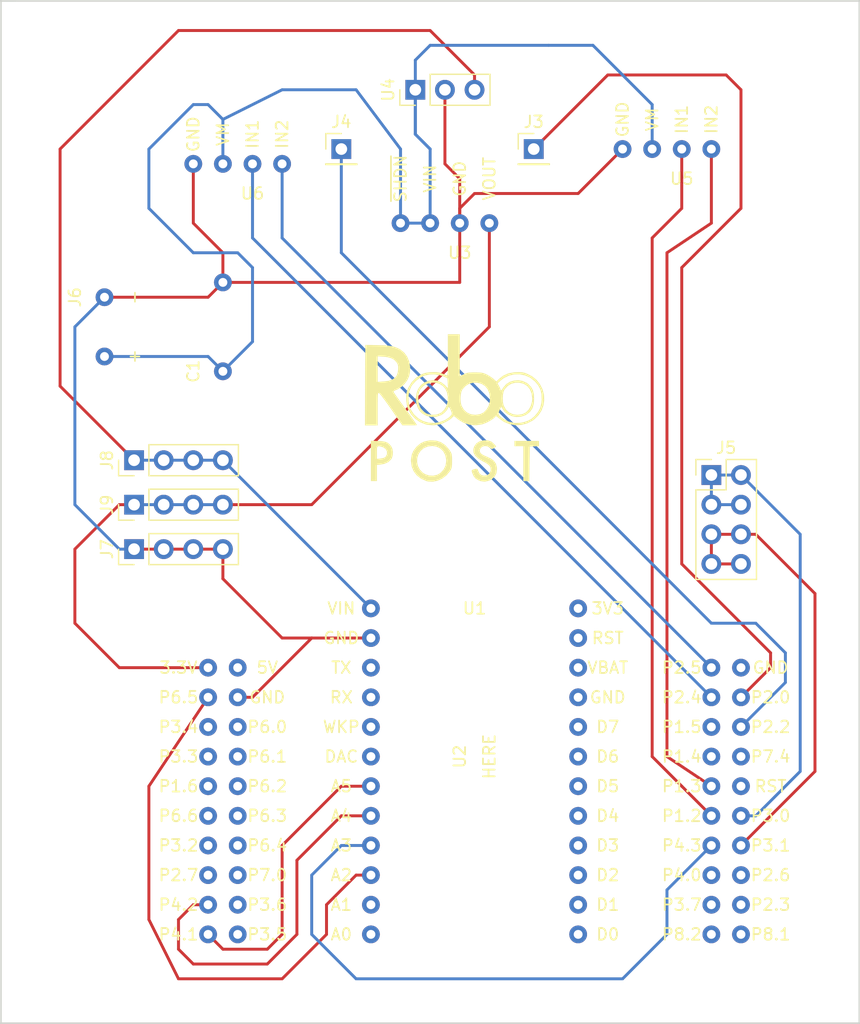
<source format=kicad_pcb>
(kicad_pcb (version 4) (host pcbnew 4.0.7)

  (general
    (links 45)
    (no_connects 0)
    (area 165.024999 74.854999 238.835001 162.635001)
    (thickness 1.6)
    (drawings 5)
    (tracks 149)
    (zones 0)
    (modules 15)
    (nets 61)
  )

  (page A4)
  (layers
    (0 F.Cu signal)
    (31 B.Cu signal)
    (32 B.Adhes user)
    (33 F.Adhes user)
    (34 B.Paste user)
    (35 F.Paste user)
    (36 B.SilkS user)
    (37 F.SilkS user)
    (38 B.Mask user)
    (39 F.Mask user)
    (40 Dwgs.User user)
    (41 Cmts.User user)
    (42 Eco1.User user)
    (43 Eco2.User user)
    (44 Edge.Cuts user)
    (45 Margin user)
    (46 B.CrtYd user)
    (47 F.CrtYd user)
    (48 B.Fab user hide)
    (49 F.Fab user)
  )

  (setup
    (last_trace_width 0.25)
    (trace_clearance 0.2)
    (zone_clearance 0.508)
    (zone_45_only no)
    (trace_min 0.2)
    (segment_width 0.2)
    (edge_width 0.15)
    (via_size 0.6)
    (via_drill 0.4)
    (via_min_size 0.4)
    (via_min_drill 0.3)
    (uvia_size 0.3)
    (uvia_drill 0.1)
    (uvias_allowed no)
    (uvia_min_size 0.2)
    (uvia_min_drill 0.1)
    (pcb_text_width 0.3)
    (pcb_text_size 1.5 1.5)
    (mod_edge_width 0.15)
    (mod_text_size 1 1)
    (mod_text_width 0.15)
    (pad_size 1.524 1.524)
    (pad_drill 0.762)
    (pad_to_mask_clearance 0.2)
    (aux_axis_origin 0 0)
    (visible_elements FFFFFF7F)
    (pcbplotparams
      (layerselection 0x00030_80000001)
      (usegerberextensions false)
      (excludeedgelayer true)
      (linewidth 0.100000)
      (plotframeref false)
      (viasonmask false)
      (mode 1)
      (useauxorigin false)
      (hpglpennumber 1)
      (hpglpenspeed 20)
      (hpglpendiameter 15)
      (hpglpenoverlay 2)
      (psnegative false)
      (psa4output false)
      (plotreference true)
      (plotvalue true)
      (plotinvisibletext false)
      (padsonsilk false)
      (subtractmaskfromsilk false)
      (outputformat 1)
      (mirror false)
      (drillshape 1)
      (scaleselection 1)
      (outputdirectory ""))
  )

  (net 0 "")
  (net 1 "Net-(C1-Pad1)")
  (net 2 GND)
  (net 3 /MOSI)
  (net 4 /MISO)
  (net 5 /SCLK)
  (net 6 /~SS)
  (net 7 "Net-(J3-Pad1)")
  (net 8 "Net-(J4-Pad1)")
  (net 9 /SDA)
  (net 10 /SCL)
  (net 11 "Net-(U1-Pad3)")
  (net 12 "Net-(U1-Pad4)")
  (net 13 "Net-(U1-Pad5)")
  (net 14 "Net-(U1-Pad6)")
  (net 15 "Net-(U1-Pad7)")
  (net 16 "Net-(U1-Pad8)")
  (net 17 "Net-(U1-Pad11)")
  (net 18 "Net-(U1-Pad13)")
  (net 19 "Net-(U1-Pad14)")
  (net 20 "Net-(U1-Pad15)")
  (net 21 "Net-(U1-Pad16)")
  (net 22 "Net-(U1-Pad17)")
  (net 23 "Net-(U1-Pad18)")
  (net 24 "Net-(U1-Pad19)")
  (net 25 "Net-(U1-Pad20)")
  (net 26 "Net-(U1-Pad24)")
  (net 27 "Net-(U1-Pad25)")
  (net 28 "Net-(U1-Pad28)")
  (net 29 "Net-(U1-Pad29)")
  (net 30 "Net-(U1-Pad30)")
  (net 31 /RIGHT_MOTOR_REVERSE)
  (net 32 /RIGHT_MOTOR_FORWARD)
  (net 33 "Net-(U1-Pad33)")
  (net 34 "Net-(U1-Pad34)")
  (net 35 /LEFT_MOTOR_REVERSE)
  (net 36 /LEFT_MOTOR_FORWARD)
  (net 37 "Net-(U1-Pad38)")
  (net 38 "Net-(U1-Pad39)")
  (net 39 "Net-(U1-Pad40)")
  (net 40 "Net-(J8-Pad1)")
  (net 41 "Net-(U2-Pad3)")
  (net 42 "Net-(U2-Pad4)")
  (net 43 "Net-(U2-Pad5)")
  (net 44 "Net-(U2-Pad6)")
  (net 45 "Net-(U2-Pad11)")
  (net 46 "Net-(U2-Pad12)")
  (net 47 "Net-(U2-Pad13)")
  (net 48 "Net-(U2-Pad14)")
  (net 49 "Net-(U2-Pad15)")
  (net 50 "Net-(U2-Pad16)")
  (net 51 "Net-(U2-Pad17)")
  (net 52 "Net-(U2-Pad18)")
  (net 53 "Net-(U2-Pad19)")
  (net 54 "Net-(U2-Pad20)")
  (net 55 "Net-(U2-Pad21)")
  (net 56 "Net-(U2-Pad22)")
  (net 57 "Net-(U2-Pad23)")
  (net 58 "Net-(U2-Pad24)")
  (net 59 "Net-(J9-Pad1)")
  (net 60 "Net-(U1-Pad21)")

  (net_class Default "This is the default net class."
    (clearance 0.2)
    (trace_width 0.25)
    (via_dia 0.6)
    (via_drill 0.4)
    (uvia_dia 0.3)
    (uvia_drill 0.1)
    (add_net /LEFT_MOTOR_FORWARD)
    (add_net /LEFT_MOTOR_REVERSE)
    (add_net /MISO)
    (add_net /MOSI)
    (add_net /RIGHT_MOTOR_FORWARD)
    (add_net /RIGHT_MOTOR_REVERSE)
    (add_net /SCL)
    (add_net /SCLK)
    (add_net /SDA)
    (add_net /~SS)
    (add_net GND)
    (add_net "Net-(C1-Pad1)")
    (add_net "Net-(J3-Pad1)")
    (add_net "Net-(J4-Pad1)")
    (add_net "Net-(J8-Pad1)")
    (add_net "Net-(J9-Pad1)")
    (add_net "Net-(U1-Pad11)")
    (add_net "Net-(U1-Pad13)")
    (add_net "Net-(U1-Pad14)")
    (add_net "Net-(U1-Pad15)")
    (add_net "Net-(U1-Pad16)")
    (add_net "Net-(U1-Pad17)")
    (add_net "Net-(U1-Pad18)")
    (add_net "Net-(U1-Pad19)")
    (add_net "Net-(U1-Pad20)")
    (add_net "Net-(U1-Pad21)")
    (add_net "Net-(U1-Pad24)")
    (add_net "Net-(U1-Pad25)")
    (add_net "Net-(U1-Pad28)")
    (add_net "Net-(U1-Pad29)")
    (add_net "Net-(U1-Pad3)")
    (add_net "Net-(U1-Pad30)")
    (add_net "Net-(U1-Pad33)")
    (add_net "Net-(U1-Pad34)")
    (add_net "Net-(U1-Pad38)")
    (add_net "Net-(U1-Pad39)")
    (add_net "Net-(U1-Pad4)")
    (add_net "Net-(U1-Pad40)")
    (add_net "Net-(U1-Pad5)")
    (add_net "Net-(U1-Pad6)")
    (add_net "Net-(U1-Pad7)")
    (add_net "Net-(U1-Pad8)")
    (add_net "Net-(U2-Pad11)")
    (add_net "Net-(U2-Pad12)")
    (add_net "Net-(U2-Pad13)")
    (add_net "Net-(U2-Pad14)")
    (add_net "Net-(U2-Pad15)")
    (add_net "Net-(U2-Pad16)")
    (add_net "Net-(U2-Pad17)")
    (add_net "Net-(U2-Pad18)")
    (add_net "Net-(U2-Pad19)")
    (add_net "Net-(U2-Pad20)")
    (add_net "Net-(U2-Pad21)")
    (add_net "Net-(U2-Pad22)")
    (add_net "Net-(U2-Pad23)")
    (add_net "Net-(U2-Pad24)")
    (add_net "Net-(U2-Pad3)")
    (add_net "Net-(U2-Pad4)")
    (add_net "Net-(U2-Pad5)")
    (add_net "Net-(U2-Pad6)")
  )

  (module Hardware:CAP (layer F.Cu) (tedit 5AE2888C) (tstamp 5AE2F642)
    (at 74.93 91.44 90)
    (path /5AE27B64)
    (fp_text reference C1 (at 0 2.54 90) (layer F.SilkS)
      (effects (font (size 1 1) (thickness 0.15)))
    )
    (fp_text value 0.1u (at 0 0 90) (layer F.Fab)
      (effects (font (size 1 1) (thickness 0.15)))
    )
    (pad 1 thru_hole circle (at 0 5.08 90) (size 1.524 1.524) (drill 0.762) (layers *.Cu *.Mask)
      (net 1 "Net-(C1-Pad1)"))
    (pad 2 thru_hole circle (at 7.62 5.08 90) (size 1.524 1.524) (drill 0.762) (layers *.Cu *.Mask)
      (net 2 GND))
  )

  (module Pin_Headers:Pin_Header_Straight_1x01_Pitch2.54mm (layer F.Cu) (tedit 59650532) (tstamp 5AE2F697)
    (at 106.68 72.39)
    (descr "Through hole straight pin header, 1x01, 2.54mm pitch, single row")
    (tags "Through hole pin header THT 1x01 2.54mm single row")
    (path /5AE28C34)
    (fp_text reference J3 (at 0 -2.33) (layer F.SilkS)
      (effects (font (size 1 1) (thickness 0.15)))
    )
    (fp_text value "LEFT ENCODER" (at 0 2.33) (layer F.Fab)
      (effects (font (size 1 1) (thickness 0.15)))
    )
    (fp_line (start -0.635 -1.27) (end 1.27 -1.27) (layer F.Fab) (width 0.1))
    (fp_line (start 1.27 -1.27) (end 1.27 1.27) (layer F.Fab) (width 0.1))
    (fp_line (start 1.27 1.27) (end -1.27 1.27) (layer F.Fab) (width 0.1))
    (fp_line (start -1.27 1.27) (end -1.27 -0.635) (layer F.Fab) (width 0.1))
    (fp_line (start -1.27 -0.635) (end -0.635 -1.27) (layer F.Fab) (width 0.1))
    (fp_line (start -1.33 1.33) (end 1.33 1.33) (layer F.SilkS) (width 0.12))
    (fp_line (start -1.33 1.27) (end -1.33 1.33) (layer F.SilkS) (width 0.12))
    (fp_line (start 1.33 1.27) (end 1.33 1.33) (layer F.SilkS) (width 0.12))
    (fp_line (start -1.33 1.27) (end 1.33 1.27) (layer F.SilkS) (width 0.12))
    (fp_line (start -1.33 0) (end -1.33 -1.33) (layer F.SilkS) (width 0.12))
    (fp_line (start -1.33 -1.33) (end 0 -1.33) (layer F.SilkS) (width 0.12))
    (fp_line (start -1.8 -1.8) (end -1.8 1.8) (layer F.CrtYd) (width 0.05))
    (fp_line (start -1.8 1.8) (end 1.8 1.8) (layer F.CrtYd) (width 0.05))
    (fp_line (start 1.8 1.8) (end 1.8 -1.8) (layer F.CrtYd) (width 0.05))
    (fp_line (start 1.8 -1.8) (end -1.8 -1.8) (layer F.CrtYd) (width 0.05))
    (fp_text user %R (at 0 0 90) (layer F.Fab)
      (effects (font (size 1 1) (thickness 0.15)))
    )
    (pad 1 thru_hole rect (at 0 0) (size 1.7 1.7) (drill 1) (layers *.Cu *.Mask)
      (net 7 "Net-(J3-Pad1)"))
    (model ${KISYS3DMOD}/Pin_Headers.3dshapes/Pin_Header_Straight_1x01_Pitch2.54mm.wrl
      (at (xyz 0 0 0))
      (scale (xyz 1 1 1))
      (rotate (xyz 0 0 0))
    )
  )

  (module Pin_Headers:Pin_Header_Straight_1x01_Pitch2.54mm (layer F.Cu) (tedit 59650532) (tstamp 5AE2F6AC)
    (at 90.17 72.39)
    (descr "Through hole straight pin header, 1x01, 2.54mm pitch, single row")
    (tags "Through hole pin header THT 1x01 2.54mm single row")
    (path /5AE28C7E)
    (fp_text reference J4 (at 0 -2.33) (layer F.SilkS)
      (effects (font (size 1 1) (thickness 0.15)))
    )
    (fp_text value "RIGHT ENCODER" (at 0 2.33) (layer F.Fab)
      (effects (font (size 1 1) (thickness 0.15)))
    )
    (fp_line (start -0.635 -1.27) (end 1.27 -1.27) (layer F.Fab) (width 0.1))
    (fp_line (start 1.27 -1.27) (end 1.27 1.27) (layer F.Fab) (width 0.1))
    (fp_line (start 1.27 1.27) (end -1.27 1.27) (layer F.Fab) (width 0.1))
    (fp_line (start -1.27 1.27) (end -1.27 -0.635) (layer F.Fab) (width 0.1))
    (fp_line (start -1.27 -0.635) (end -0.635 -1.27) (layer F.Fab) (width 0.1))
    (fp_line (start -1.33 1.33) (end 1.33 1.33) (layer F.SilkS) (width 0.12))
    (fp_line (start -1.33 1.27) (end -1.33 1.33) (layer F.SilkS) (width 0.12))
    (fp_line (start 1.33 1.27) (end 1.33 1.33) (layer F.SilkS) (width 0.12))
    (fp_line (start -1.33 1.27) (end 1.33 1.27) (layer F.SilkS) (width 0.12))
    (fp_line (start -1.33 0) (end -1.33 -1.33) (layer F.SilkS) (width 0.12))
    (fp_line (start -1.33 -1.33) (end 0 -1.33) (layer F.SilkS) (width 0.12))
    (fp_line (start -1.8 -1.8) (end -1.8 1.8) (layer F.CrtYd) (width 0.05))
    (fp_line (start -1.8 1.8) (end 1.8 1.8) (layer F.CrtYd) (width 0.05))
    (fp_line (start 1.8 1.8) (end 1.8 -1.8) (layer F.CrtYd) (width 0.05))
    (fp_line (start 1.8 -1.8) (end -1.8 -1.8) (layer F.CrtYd) (width 0.05))
    (fp_text user %R (at 0 0 90) (layer F.Fab)
      (effects (font (size 1 1) (thickness 0.15)))
    )
    (pad 1 thru_hole rect (at 0 0) (size 1.7 1.7) (drill 1) (layers *.Cu *.Mask)
      (net 8 "Net-(J4-Pad1)"))
    (model ${KISYS3DMOD}/Pin_Headers.3dshapes/Pin_Header_Straight_1x01_Pitch2.54mm.wrl
      (at (xyz 0 0 0))
      (scale (xyz 1 1 1))
      (rotate (xyz 0 0 0))
    )
  )

  (module Pin_Headers:Pin_Header_Straight_2x04_Pitch2.54mm (layer F.Cu) (tedit 59650532) (tstamp 5AE2F6CA)
    (at 121.92 100.33)
    (descr "Through hole straight pin header, 2x04, 2.54mm pitch, double rows")
    (tags "Through hole pin header THT 2x04 2.54mm double row")
    (path /5AE2B202)
    (fp_text reference J5 (at 1.27 -2.33) (layer F.SilkS)
      (effects (font (size 1 1) (thickness 0.15)))
    )
    (fp_text value "I2C BUS" (at 1.27 9.95) (layer F.Fab)
      (effects (font (size 1 1) (thickness 0.15)))
    )
    (fp_line (start 0 -1.27) (end 3.81 -1.27) (layer F.Fab) (width 0.1))
    (fp_line (start 3.81 -1.27) (end 3.81 8.89) (layer F.Fab) (width 0.1))
    (fp_line (start 3.81 8.89) (end -1.27 8.89) (layer F.Fab) (width 0.1))
    (fp_line (start -1.27 8.89) (end -1.27 0) (layer F.Fab) (width 0.1))
    (fp_line (start -1.27 0) (end 0 -1.27) (layer F.Fab) (width 0.1))
    (fp_line (start -1.33 8.95) (end 3.87 8.95) (layer F.SilkS) (width 0.12))
    (fp_line (start -1.33 1.27) (end -1.33 8.95) (layer F.SilkS) (width 0.12))
    (fp_line (start 3.87 -1.33) (end 3.87 8.95) (layer F.SilkS) (width 0.12))
    (fp_line (start -1.33 1.27) (end 1.27 1.27) (layer F.SilkS) (width 0.12))
    (fp_line (start 1.27 1.27) (end 1.27 -1.33) (layer F.SilkS) (width 0.12))
    (fp_line (start 1.27 -1.33) (end 3.87 -1.33) (layer F.SilkS) (width 0.12))
    (fp_line (start -1.33 0) (end -1.33 -1.33) (layer F.SilkS) (width 0.12))
    (fp_line (start -1.33 -1.33) (end 0 -1.33) (layer F.SilkS) (width 0.12))
    (fp_line (start -1.8 -1.8) (end -1.8 9.4) (layer F.CrtYd) (width 0.05))
    (fp_line (start -1.8 9.4) (end 4.35 9.4) (layer F.CrtYd) (width 0.05))
    (fp_line (start 4.35 9.4) (end 4.35 -1.8) (layer F.CrtYd) (width 0.05))
    (fp_line (start 4.35 -1.8) (end -1.8 -1.8) (layer F.CrtYd) (width 0.05))
    (fp_text user %R (at 1.27 3.81 90) (layer F.Fab)
      (effects (font (size 1 1) (thickness 0.15)))
    )
    (pad 1 thru_hole rect (at 0 0) (size 1.7 1.7) (drill 1) (layers *.Cu *.Mask)
      (net 9 /SDA))
    (pad 2 thru_hole oval (at 2.54 0) (size 1.7 1.7) (drill 1) (layers *.Cu *.Mask)
      (net 9 /SDA))
    (pad 3 thru_hole oval (at 0 2.54) (size 1.7 1.7) (drill 1) (layers *.Cu *.Mask)
      (net 9 /SDA))
    (pad 4 thru_hole oval (at 2.54 2.54) (size 1.7 1.7) (drill 1) (layers *.Cu *.Mask)
      (net 9 /SDA))
    (pad 5 thru_hole oval (at 0 5.08) (size 1.7 1.7) (drill 1) (layers *.Cu *.Mask)
      (net 10 /SCL))
    (pad 6 thru_hole oval (at 2.54 5.08) (size 1.7 1.7) (drill 1) (layers *.Cu *.Mask)
      (net 10 /SCL))
    (pad 7 thru_hole oval (at 0 7.62) (size 1.7 1.7) (drill 1) (layers *.Cu *.Mask)
      (net 10 /SCL))
    (pad 8 thru_hole oval (at 2.54 7.62) (size 1.7 1.7) (drill 1) (layers *.Cu *.Mask)
      (net 10 /SCL))
    (model ${KISYS3DMOD}/Pin_Headers.3dshapes/Pin_Header_Straight_2x04_Pitch2.54mm.wrl
      (at (xyz 0 0 0))
      (scale (xyz 1 1 1))
      (rotate (xyz 0 0 0))
    )
  )

  (module Hardware:BATTERYBLOCK (layer F.Cu) (tedit 5AE28B4E) (tstamp 5AE2F6D2)
    (at 64.77 87.63 90)
    (path /5AE2156B)
    (fp_text reference J6 (at 2.54 2.54 90) (layer F.SilkS)
      (effects (font (size 1 1) (thickness 0.15)))
    )
    (fp_text value "BATTERY TERMINAL" (at 2.54 0 90) (layer F.Fab)
      (effects (font (size 1 1) (thickness 0.15)))
    )
    (fp_text user - (at 2.54 7.62 90) (layer F.SilkS)
      (effects (font (size 1 1) (thickness 0.15)))
    )
    (fp_text user + (at -2.54 7.62 90) (layer F.SilkS)
      (effects (font (size 1 1) (thickness 0.15)))
    )
    (pad 1 thru_hole circle (at -2.54 5.08 90) (size 1.524 1.524) (drill 0.762) (layers *.Cu *.Mask)
      (net 1 "Net-(C1-Pad1)"))
    (pad 2 thru_hole circle (at 2.54 5.08 90) (size 1.524 1.524) (drill 0.762) (layers *.Cu *.Mask)
      (net 2 GND))
  )

  (module Pin_Headers:Pin_Header_Straight_1x04_Pitch2.54mm (layer F.Cu) (tedit 59650532) (tstamp 5AE2F6EA)
    (at 72.39 106.68 90)
    (descr "Through hole straight pin header, 1x04, 2.54mm pitch, single row")
    (tags "Through hole pin header THT 1x04 2.54mm single row")
    (path /5AE2CA3D)
    (fp_text reference J7 (at 0 -2.33 90) (layer F.SilkS)
      (effects (font (size 1 1) (thickness 0.15)))
    )
    (fp_text value GND (at 0 9.95 90) (layer F.Fab)
      (effects (font (size 1 1) (thickness 0.15)))
    )
    (fp_line (start -0.635 -1.27) (end 1.27 -1.27) (layer F.Fab) (width 0.1))
    (fp_line (start 1.27 -1.27) (end 1.27 8.89) (layer F.Fab) (width 0.1))
    (fp_line (start 1.27 8.89) (end -1.27 8.89) (layer F.Fab) (width 0.1))
    (fp_line (start -1.27 8.89) (end -1.27 -0.635) (layer F.Fab) (width 0.1))
    (fp_line (start -1.27 -0.635) (end -0.635 -1.27) (layer F.Fab) (width 0.1))
    (fp_line (start -1.33 8.95) (end 1.33 8.95) (layer F.SilkS) (width 0.12))
    (fp_line (start -1.33 1.27) (end -1.33 8.95) (layer F.SilkS) (width 0.12))
    (fp_line (start 1.33 1.27) (end 1.33 8.95) (layer F.SilkS) (width 0.12))
    (fp_line (start -1.33 1.27) (end 1.33 1.27) (layer F.SilkS) (width 0.12))
    (fp_line (start -1.33 0) (end -1.33 -1.33) (layer F.SilkS) (width 0.12))
    (fp_line (start -1.33 -1.33) (end 0 -1.33) (layer F.SilkS) (width 0.12))
    (fp_line (start -1.8 -1.8) (end -1.8 9.4) (layer F.CrtYd) (width 0.05))
    (fp_line (start -1.8 9.4) (end 1.8 9.4) (layer F.CrtYd) (width 0.05))
    (fp_line (start 1.8 9.4) (end 1.8 -1.8) (layer F.CrtYd) (width 0.05))
    (fp_line (start 1.8 -1.8) (end -1.8 -1.8) (layer F.CrtYd) (width 0.05))
    (fp_text user %R (at 0 3.81 180) (layer F.Fab)
      (effects (font (size 1 1) (thickness 0.15)))
    )
    (pad 1 thru_hole rect (at 0 0 90) (size 1.7 1.7) (drill 1) (layers *.Cu *.Mask)
      (net 2 GND))
    (pad 2 thru_hole oval (at 0 2.54 90) (size 1.7 1.7) (drill 1) (layers *.Cu *.Mask)
      (net 2 GND))
    (pad 3 thru_hole oval (at 0 5.08 90) (size 1.7 1.7) (drill 1) (layers *.Cu *.Mask)
      (net 2 GND))
    (pad 4 thru_hole oval (at 0 7.62 90) (size 1.7 1.7) (drill 1) (layers *.Cu *.Mask)
      (net 2 GND))
    (model ${KISYS3DMOD}/Pin_Headers.3dshapes/Pin_Header_Straight_1x04_Pitch2.54mm.wrl
      (at (xyz 0 0 0))
      (scale (xyz 1 1 1))
      (rotate (xyz 0 0 0))
    )
  )

  (module Pin_Headers:Pin_Header_Straight_1x04_Pitch2.54mm (layer F.Cu) (tedit 59650532) (tstamp 5AE2F702)
    (at 72.39 99.06 90)
    (descr "Through hole straight pin header, 1x04, 2.54mm pitch, single row")
    (tags "Through hole pin header THT 1x04 2.54mm single row")
    (path /5AE2D51B)
    (fp_text reference J8 (at 0 -2.33 90) (layer F.SilkS)
      (effects (font (size 1 1) (thickness 0.15)))
    )
    (fp_text value "5V POWER" (at 0 9.95 90) (layer F.Fab)
      (effects (font (size 1 1) (thickness 0.15)))
    )
    (fp_line (start -0.635 -1.27) (end 1.27 -1.27) (layer F.Fab) (width 0.1))
    (fp_line (start 1.27 -1.27) (end 1.27 8.89) (layer F.Fab) (width 0.1))
    (fp_line (start 1.27 8.89) (end -1.27 8.89) (layer F.Fab) (width 0.1))
    (fp_line (start -1.27 8.89) (end -1.27 -0.635) (layer F.Fab) (width 0.1))
    (fp_line (start -1.27 -0.635) (end -0.635 -1.27) (layer F.Fab) (width 0.1))
    (fp_line (start -1.33 8.95) (end 1.33 8.95) (layer F.SilkS) (width 0.12))
    (fp_line (start -1.33 1.27) (end -1.33 8.95) (layer F.SilkS) (width 0.12))
    (fp_line (start 1.33 1.27) (end 1.33 8.95) (layer F.SilkS) (width 0.12))
    (fp_line (start -1.33 1.27) (end 1.33 1.27) (layer F.SilkS) (width 0.12))
    (fp_line (start -1.33 0) (end -1.33 -1.33) (layer F.SilkS) (width 0.12))
    (fp_line (start -1.33 -1.33) (end 0 -1.33) (layer F.SilkS) (width 0.12))
    (fp_line (start -1.8 -1.8) (end -1.8 9.4) (layer F.CrtYd) (width 0.05))
    (fp_line (start -1.8 9.4) (end 1.8 9.4) (layer F.CrtYd) (width 0.05))
    (fp_line (start 1.8 9.4) (end 1.8 -1.8) (layer F.CrtYd) (width 0.05))
    (fp_line (start 1.8 -1.8) (end -1.8 -1.8) (layer F.CrtYd) (width 0.05))
    (fp_text user %R (at 0 3.81 180) (layer F.Fab)
      (effects (font (size 1 1) (thickness 0.15)))
    )
    (pad 1 thru_hole rect (at 0 0 90) (size 1.7 1.7) (drill 1) (layers *.Cu *.Mask)
      (net 40 "Net-(J8-Pad1)"))
    (pad 2 thru_hole oval (at 0 2.54 90) (size 1.7 1.7) (drill 1) (layers *.Cu *.Mask)
      (net 40 "Net-(J8-Pad1)"))
    (pad 3 thru_hole oval (at 0 5.08 90) (size 1.7 1.7) (drill 1) (layers *.Cu *.Mask)
      (net 40 "Net-(J8-Pad1)"))
    (pad 4 thru_hole oval (at 0 7.62 90) (size 1.7 1.7) (drill 1) (layers *.Cu *.Mask)
      (net 40 "Net-(J8-Pad1)"))
    (model ${KISYS3DMOD}/Pin_Headers.3dshapes/Pin_Header_Straight_1x04_Pitch2.54mm.wrl
      (at (xyz 0 0 0))
      (scale (xyz 1 1 1))
      (rotate (xyz 0 0 0))
    )
  )

  (module Pin_Headers:Pin_Header_Straight_1x04_Pitch2.54mm (layer F.Cu) (tedit 59650532) (tstamp 5AE2F71A)
    (at 72.39 102.87 90)
    (descr "Through hole straight pin header, 1x04, 2.54mm pitch, single row")
    (tags "Through hole pin header THT 1x04 2.54mm single row")
    (path /5AE2C7AF)
    (fp_text reference J9 (at 0 -2.33 90) (layer F.SilkS)
      (effects (font (size 1 1) (thickness 0.15)))
    )
    (fp_text value "3.3V POWER" (at 0 9.95 90) (layer F.Fab)
      (effects (font (size 1 1) (thickness 0.15)))
    )
    (fp_line (start -0.635 -1.27) (end 1.27 -1.27) (layer F.Fab) (width 0.1))
    (fp_line (start 1.27 -1.27) (end 1.27 8.89) (layer F.Fab) (width 0.1))
    (fp_line (start 1.27 8.89) (end -1.27 8.89) (layer F.Fab) (width 0.1))
    (fp_line (start -1.27 8.89) (end -1.27 -0.635) (layer F.Fab) (width 0.1))
    (fp_line (start -1.27 -0.635) (end -0.635 -1.27) (layer F.Fab) (width 0.1))
    (fp_line (start -1.33 8.95) (end 1.33 8.95) (layer F.SilkS) (width 0.12))
    (fp_line (start -1.33 1.27) (end -1.33 8.95) (layer F.SilkS) (width 0.12))
    (fp_line (start 1.33 1.27) (end 1.33 8.95) (layer F.SilkS) (width 0.12))
    (fp_line (start -1.33 1.27) (end 1.33 1.27) (layer F.SilkS) (width 0.12))
    (fp_line (start -1.33 0) (end -1.33 -1.33) (layer F.SilkS) (width 0.12))
    (fp_line (start -1.33 -1.33) (end 0 -1.33) (layer F.SilkS) (width 0.12))
    (fp_line (start -1.8 -1.8) (end -1.8 9.4) (layer F.CrtYd) (width 0.05))
    (fp_line (start -1.8 9.4) (end 1.8 9.4) (layer F.CrtYd) (width 0.05))
    (fp_line (start 1.8 9.4) (end 1.8 -1.8) (layer F.CrtYd) (width 0.05))
    (fp_line (start 1.8 -1.8) (end -1.8 -1.8) (layer F.CrtYd) (width 0.05))
    (fp_text user %R (at 0 3.81 180) (layer F.Fab)
      (effects (font (size 1 1) (thickness 0.15)))
    )
    (pad 1 thru_hole rect (at 0 0 90) (size 1.7 1.7) (drill 1) (layers *.Cu *.Mask)
      (net 59 "Net-(J9-Pad1)"))
    (pad 2 thru_hole oval (at 0 2.54 90) (size 1.7 1.7) (drill 1) (layers *.Cu *.Mask)
      (net 59 "Net-(J9-Pad1)"))
    (pad 3 thru_hole oval (at 0 5.08 90) (size 1.7 1.7) (drill 1) (layers *.Cu *.Mask)
      (net 59 "Net-(J9-Pad1)"))
    (pad 4 thru_hole oval (at 0 7.62 90) (size 1.7 1.7) (drill 1) (layers *.Cu *.Mask)
      (net 59 "Net-(J9-Pad1)"))
    (model ${KISYS3DMOD}/Pin_Headers.3dshapes/Pin_Header_Straight_1x04_Pitch2.54mm.wrl
      (at (xyz 0 0 0))
      (scale (xyz 1 1 1))
      (rotate (xyz 0 0 0))
    )
  )

  (module Hardware:MSP430 (layer F.Cu) (tedit 5AE27E88) (tstamp 5AE2F76E)
    (at 101.6 114.3)
    (path /5AE207E9)
    (fp_text reference U1 (at 0 -2.54) (layer F.SilkS)
      (effects (font (size 1 1) (thickness 0.15)))
    )
    (fp_text value MSP430 (at 0 -5.08) (layer F.Fab)
      (effects (font (size 1 1) (thickness 0.15)))
    )
    (fp_text user P8.2 (at 17.78 25.4) (layer F.SilkS)
      (effects (font (size 1 1) (thickness 0.15)))
    )
    (fp_text user P3.7 (at 17.78 22.86) (layer F.SilkS)
      (effects (font (size 1 1) (thickness 0.15)))
    )
    (fp_text user P4.0 (at 17.78 20.32) (layer F.SilkS)
      (effects (font (size 1 1) (thickness 0.15)))
    )
    (fp_text user P4.3 (at 17.78 17.78) (layer F.SilkS)
      (effects (font (size 1 1) (thickness 0.15)))
    )
    (fp_text user P1.2 (at 17.78 15.24) (layer F.SilkS)
      (effects (font (size 1 1) (thickness 0.15)))
    )
    (fp_text user P1.3 (at 17.78 12.7) (layer F.SilkS)
      (effects (font (size 1 1) (thickness 0.15)))
    )
    (fp_text user P1.4 (at 17.78 10.16) (layer F.SilkS)
      (effects (font (size 1 1) (thickness 0.15)))
    )
    (fp_text user P1.5 (at 17.78 7.62) (layer F.SilkS)
      (effects (font (size 1 1) (thickness 0.15)))
    )
    (fp_text user P2.4 (at 17.78 5.08) (layer F.SilkS)
      (effects (font (size 1 1) (thickness 0.15)))
    )
    (fp_text user P2.5 (at 17.78 2.54) (layer F.SilkS)
      (effects (font (size 1 1) (thickness 0.15)))
    )
    (fp_text user P8.1 (at 25.4 25.4) (layer F.SilkS)
      (effects (font (size 1 1) (thickness 0.15)))
    )
    (fp_text user P2.3 (at 25.4 22.86) (layer F.SilkS)
      (effects (font (size 1 1) (thickness 0.15)))
    )
    (fp_text user P2.6 (at 25.4 20.32) (layer F.SilkS)
      (effects (font (size 1 1) (thickness 0.15)))
    )
    (fp_text user P3.1 (at 25.4 17.78) (layer F.SilkS)
      (effects (font (size 1 1) (thickness 0.15)))
    )
    (fp_text user P3.0 (at 25.4 15.24) (layer F.SilkS)
      (effects (font (size 1 1) (thickness 0.15)))
    )
    (fp_text user RST (at 25.4 12.7) (layer F.SilkS)
      (effects (font (size 1 1) (thickness 0.15)))
    )
    (fp_text user P7.4 (at 25.4 10.16) (layer F.SilkS)
      (effects (font (size 1 1) (thickness 0.15)))
    )
    (fp_text user P2.2 (at 25.4 7.62) (layer F.SilkS)
      (effects (font (size 1 1) (thickness 0.15)))
    )
    (fp_text user P2.0 (at 25.4 5.08) (layer F.SilkS)
      (effects (font (size 1 1) (thickness 0.15)))
    )
    (fp_text user GND (at 25.4 2.54) (layer F.SilkS)
      (effects (font (size 1 1) (thickness 0.15)))
    )
    (fp_text user P3.5 (at -17.78 25.4) (layer F.SilkS)
      (effects (font (size 1 1) (thickness 0.15)))
    )
    (fp_text user P3.6 (at -17.78 22.86) (layer F.SilkS)
      (effects (font (size 1 1) (thickness 0.15)))
    )
    (fp_text user P7.0 (at -17.78 20.32) (layer F.SilkS)
      (effects (font (size 1 1) (thickness 0.15)))
    )
    (fp_text user P6.4 (at -17.78 17.78) (layer F.SilkS)
      (effects (font (size 1 1) (thickness 0.15)))
    )
    (fp_text user P6.3 (at -17.78 15.24) (layer F.SilkS)
      (effects (font (size 1 1) (thickness 0.15)))
    )
    (fp_text user P6.2 (at -17.78 12.7) (layer F.SilkS)
      (effects (font (size 1 1) (thickness 0.15)))
    )
    (fp_text user P6.1 (at -17.78 10.16) (layer F.SilkS)
      (effects (font (size 1 1) (thickness 0.15)))
    )
    (fp_text user P6.0 (at -17.78 7.62) (layer F.SilkS)
      (effects (font (size 1 1) (thickness 0.15)))
    )
    (fp_text user GND (at -17.78 5.08) (layer F.SilkS)
      (effects (font (size 1 1) (thickness 0.15)))
    )
    (fp_text user 5V (at -17.78 2.54) (layer F.SilkS)
      (effects (font (size 1 1) (thickness 0.15)))
    )
    (fp_text user P4.1 (at -25.4 25.4) (layer F.SilkS)
      (effects (font (size 1 1) (thickness 0.15)))
    )
    (fp_text user P4.2 (at -25.4 22.86) (layer F.SilkS)
      (effects (font (size 1 1) (thickness 0.15)))
    )
    (fp_text user P2.7 (at -25.4 20.32) (layer F.SilkS)
      (effects (font (size 1 1) (thickness 0.15)))
    )
    (fp_text user P3.2 (at -25.4 17.78) (layer F.SilkS)
      (effects (font (size 1 1) (thickness 0.15)))
    )
    (fp_text user P6.6 (at -25.4 15.24) (layer F.SilkS)
      (effects (font (size 1 1) (thickness 0.15)))
    )
    (fp_text user P1.6 (at -25.4 12.7) (layer F.SilkS)
      (effects (font (size 1 1) (thickness 0.15)))
    )
    (fp_text user P3.3 (at -25.4 10.16) (layer F.SilkS)
      (effects (font (size 1 1) (thickness 0.15)))
    )
    (fp_text user P3.4 (at -25.4 7.62) (layer F.SilkS)
      (effects (font (size 1 1) (thickness 0.15)))
    )
    (fp_text user P6.5 (at -25.4 5.08) (layer F.SilkS)
      (effects (font (size 1 1) (thickness 0.15)))
    )
    (fp_text user 3.3V (at -25.4 2.54) (layer F.SilkS)
      (effects (font (size 1 1) (thickness 0.15)))
    )
    (pad 1 thru_hole circle (at -22.86 2.54) (size 1.524 1.524) (drill 0.762) (layers *.Cu *.Mask)
      (net 59 "Net-(J9-Pad1)"))
    (pad 2 thru_hole circle (at -22.86 5.08) (size 1.524 1.524) (drill 0.762) (layers *.Cu *.Mask)
      (net 6 /~SS))
    (pad 3 thru_hole circle (at -22.86 7.62) (size 1.524 1.524) (drill 0.762) (layers *.Cu *.Mask)
      (net 11 "Net-(U1-Pad3)"))
    (pad 4 thru_hole circle (at -22.86 10.16) (size 1.524 1.524) (drill 0.762) (layers *.Cu *.Mask)
      (net 12 "Net-(U1-Pad4)"))
    (pad 5 thru_hole circle (at -22.86 12.7) (size 1.524 1.524) (drill 0.762) (layers *.Cu *.Mask)
      (net 13 "Net-(U1-Pad5)"))
    (pad 6 thru_hole circle (at -22.86 15.24) (size 1.524 1.524) (drill 0.762) (layers *.Cu *.Mask)
      (net 14 "Net-(U1-Pad6)"))
    (pad 7 thru_hole circle (at -22.86 17.78) (size 1.524 1.524) (drill 0.762) (layers *.Cu *.Mask)
      (net 15 "Net-(U1-Pad7)"))
    (pad 8 thru_hole circle (at -22.86 20.32) (size 1.524 1.524) (drill 0.762) (layers *.Cu *.Mask)
      (net 16 "Net-(U1-Pad8)"))
    (pad 9 thru_hole circle (at -22.86 22.86) (size 1.524 1.524) (drill 0.762) (layers *.Cu *.Mask)
      (net 4 /MISO))
    (pad 10 thru_hole circle (at -22.86 25.4) (size 1.524 1.524) (drill 0.762) (layers *.Cu *.Mask)
      (net 3 /MOSI))
    (pad 11 thru_hole circle (at -20.32 2.54) (size 1.524 1.524) (drill 0.762) (layers *.Cu *.Mask)
      (net 17 "Net-(U1-Pad11)"))
    (pad 12 thru_hole circle (at -20.32 5.08) (size 1.524 1.524) (drill 0.762) (layers *.Cu *.Mask)
      (net 2 GND))
    (pad 13 thru_hole circle (at -20.32 7.62) (size 1.524 1.524) (drill 0.762) (layers *.Cu *.Mask)
      (net 18 "Net-(U1-Pad13)"))
    (pad 14 thru_hole circle (at -20.32 10.16) (size 1.524 1.524) (drill 0.762) (layers *.Cu *.Mask)
      (net 19 "Net-(U1-Pad14)"))
    (pad 15 thru_hole circle (at -20.32 12.7) (size 1.524 1.524) (drill 0.762) (layers *.Cu *.Mask)
      (net 20 "Net-(U1-Pad15)"))
    (pad 16 thru_hole circle (at -20.32 15.24) (size 1.524 1.524) (drill 0.762) (layers *.Cu *.Mask)
      (net 21 "Net-(U1-Pad16)"))
    (pad 17 thru_hole circle (at -20.32 17.78) (size 1.524 1.524) (drill 0.762) (layers *.Cu *.Mask)
      (net 22 "Net-(U1-Pad17)"))
    (pad 18 thru_hole circle (at -20.32 20.32) (size 1.524 1.524) (drill 0.762) (layers *.Cu *.Mask)
      (net 23 "Net-(U1-Pad18)"))
    (pad 19 thru_hole circle (at -20.32 22.86) (size 1.524 1.524) (drill 0.762) (layers *.Cu *.Mask)
      (net 24 "Net-(U1-Pad19)"))
    (pad 20 thru_hole circle (at -20.32 25.4) (size 1.524 1.524) (drill 0.762) (layers *.Cu *.Mask)
      (net 25 "Net-(U1-Pad20)"))
    (pad 21 thru_hole circle (at 22.86 2.54) (size 1.524 1.524) (drill 0.762) (layers *.Cu *.Mask)
      (net 60 "Net-(U1-Pad21)"))
    (pad 22 thru_hole circle (at 22.86 5.08) (size 1.524 1.524) (drill 0.762) (layers *.Cu *.Mask)
      (net 7 "Net-(J3-Pad1)"))
    (pad 23 thru_hole circle (at 22.86 7.62) (size 1.524 1.524) (drill 0.762) (layers *.Cu *.Mask)
      (net 8 "Net-(J4-Pad1)"))
    (pad 24 thru_hole circle (at 22.86 10.16) (size 1.524 1.524) (drill 0.762) (layers *.Cu *.Mask)
      (net 26 "Net-(U1-Pad24)"))
    (pad 25 thru_hole circle (at 22.86 12.7) (size 1.524 1.524) (drill 0.762) (layers *.Cu *.Mask)
      (net 27 "Net-(U1-Pad25)"))
    (pad 26 thru_hole circle (at 22.86 15.24) (size 1.524 1.524) (drill 0.762) (layers *.Cu *.Mask)
      (net 9 /SDA))
    (pad 27 thru_hole circle (at 22.86 17.78) (size 1.524 1.524) (drill 0.762) (layers *.Cu *.Mask)
      (net 10 /SCL))
    (pad 28 thru_hole circle (at 22.86 20.32) (size 1.524 1.524) (drill 0.762) (layers *.Cu *.Mask)
      (net 28 "Net-(U1-Pad28)"))
    (pad 29 thru_hole circle (at 22.86 22.86) (size 1.524 1.524) (drill 0.762) (layers *.Cu *.Mask)
      (net 29 "Net-(U1-Pad29)"))
    (pad 30 thru_hole circle (at 22.86 25.4) (size 1.524 1.524) (drill 0.762) (layers *.Cu *.Mask)
      (net 30 "Net-(U1-Pad30)"))
    (pad 31 thru_hole circle (at 20.32 2.54) (size 1.524 1.524) (drill 0.762) (layers *.Cu *.Mask)
      (net 31 /RIGHT_MOTOR_REVERSE))
    (pad 32 thru_hole circle (at 20.32 5.08) (size 1.524 1.524) (drill 0.762) (layers *.Cu *.Mask)
      (net 32 /RIGHT_MOTOR_FORWARD))
    (pad 33 thru_hole circle (at 20.32 7.62) (size 1.524 1.524) (drill 0.762) (layers *.Cu *.Mask)
      (net 33 "Net-(U1-Pad33)"))
    (pad 34 thru_hole circle (at 20.32 10.16) (size 1.524 1.524) (drill 0.762) (layers *.Cu *.Mask)
      (net 34 "Net-(U1-Pad34)"))
    (pad 35 thru_hole circle (at 20.32 12.7) (size 1.524 1.524) (drill 0.762) (layers *.Cu *.Mask)
      (net 35 /LEFT_MOTOR_REVERSE))
    (pad 36 thru_hole circle (at 20.32 15.24) (size 1.524 1.524) (drill 0.762) (layers *.Cu *.Mask)
      (net 36 /LEFT_MOTOR_FORWARD))
    (pad 37 thru_hole circle (at 20.32 17.78) (size 1.524 1.524) (drill 0.762) (layers *.Cu *.Mask)
      (net 5 /SCLK))
    (pad 38 thru_hole circle (at 20.32 20.32) (size 1.524 1.524) (drill 0.762) (layers *.Cu *.Mask)
      (net 37 "Net-(U1-Pad38)"))
    (pad 39 thru_hole circle (at 20.32 22.86) (size 1.524 1.524) (drill 0.762) (layers *.Cu *.Mask)
      (net 38 "Net-(U1-Pad39)"))
    (pad 40 thru_hole circle (at 20.32 25.4) (size 1.524 1.524) (drill 0.762) (layers *.Cu *.Mask)
      (net 39 "Net-(U1-Pad40)"))
  )

  (module Hardware:Photon (layer F.Cu) (tedit 5AE28C5E) (tstamp 5AE2F7A3)
    (at 92.71 109.22)
    (path /5AE20D08)
    (fp_text reference U2 (at 7.62 15.24 90) (layer F.SilkS)
      (effects (font (size 1 1) (thickness 0.15)))
    )
    (fp_text value Photon (at 10.16 -5.08) (layer F.Fab)
      (effects (font (size 1 1) (thickness 0.15)))
    )
    (fp_text user HERE (at 10.16 15.24 90) (layer F.SilkS)
      (effects (font (size 1 1) (thickness 0.15)))
    )
    (fp_text user D0 (at 20.32 30.48) (layer F.SilkS)
      (effects (font (size 1 1) (thickness 0.15)))
    )
    (fp_text user D1 (at 20.32 27.94) (layer F.SilkS)
      (effects (font (size 1 1) (thickness 0.15)))
    )
    (fp_text user D2 (at 20.32 25.4) (layer F.SilkS)
      (effects (font (size 1 1) (thickness 0.15)))
    )
    (fp_text user D3 (at 20.32 22.86) (layer F.SilkS)
      (effects (font (size 1 1) (thickness 0.15)))
    )
    (fp_text user D4 (at 20.32 20.32) (layer F.SilkS)
      (effects (font (size 1 1) (thickness 0.15)))
    )
    (fp_text user D5 (at 20.32 17.78) (layer F.SilkS)
      (effects (font (size 1 1) (thickness 0.15)))
    )
    (fp_text user D6 (at 20.32 15.24) (layer F.SilkS)
      (effects (font (size 1 1) (thickness 0.15)))
    )
    (fp_text user D7 (at 20.32 12.7) (layer F.SilkS)
      (effects (font (size 1 1) (thickness 0.15)))
    )
    (fp_text user GND (at 20.32 10.16) (layer F.SilkS)
      (effects (font (size 1 1) (thickness 0.15)))
    )
    (fp_text user VBAT (at 20.32 7.62) (layer F.SilkS)
      (effects (font (size 1 1) (thickness 0.15)))
    )
    (fp_text user RST (at 20.32 5.08) (layer F.SilkS)
      (effects (font (size 1 1) (thickness 0.15)))
    )
    (fp_text user 3V3 (at 20.32 2.54) (layer F.SilkS)
      (effects (font (size 1 1) (thickness 0.15)))
    )
    (fp_text user A0 (at -2.54 30.48) (layer F.SilkS)
      (effects (font (size 1 1) (thickness 0.15)))
    )
    (fp_text user A1 (at -2.54 27.94) (layer F.SilkS)
      (effects (font (size 1 1) (thickness 0.15)))
    )
    (fp_text user A2 (at -2.54 25.4) (layer F.SilkS)
      (effects (font (size 1 1) (thickness 0.15)))
    )
    (fp_text user A3 (at -2.54 22.86) (layer F.SilkS)
      (effects (font (size 1 1) (thickness 0.15)))
    )
    (fp_text user A4 (at -2.54 20.32) (layer F.SilkS)
      (effects (font (size 1 1) (thickness 0.15)))
    )
    (fp_text user A5 (at -2.54 17.78) (layer F.SilkS)
      (effects (font (size 1 1) (thickness 0.15)))
    )
    (fp_text user DAC (at -2.54 15.24) (layer F.SilkS)
      (effects (font (size 1 1) (thickness 0.15)))
    )
    (fp_text user WKP (at -2.54 12.7) (layer F.SilkS)
      (effects (font (size 1 1) (thickness 0.15)))
    )
    (fp_text user RX (at -2.54 10.16) (layer F.SilkS)
      (effects (font (size 1 1) (thickness 0.15)))
    )
    (fp_text user TX (at -2.54 7.62) (layer F.SilkS)
      (effects (font (size 1 1) (thickness 0.15)))
    )
    (fp_text user GND (at -2.54 5.08) (layer F.SilkS)
      (effects (font (size 1 1) (thickness 0.15)))
    )
    (fp_text user VIN (at -2.54 2.54) (layer F.SilkS)
      (effects (font (size 1 1) (thickness 0.15)))
    )
    (pad 1 thru_hole circle (at 0 2.54) (size 1.524 1.524) (drill 0.762) (layers *.Cu *.Mask)
      (net 40 "Net-(J8-Pad1)"))
    (pad 2 thru_hole circle (at 0 5.08) (size 1.524 1.524) (drill 0.762) (layers *.Cu *.Mask)
      (net 2 GND))
    (pad 3 thru_hole circle (at 0 7.62) (size 1.524 1.524) (drill 0.762) (layers *.Cu *.Mask)
      (net 41 "Net-(U2-Pad3)"))
    (pad 4 thru_hole circle (at 0 10.16) (size 1.524 1.524) (drill 0.762) (layers *.Cu *.Mask)
      (net 42 "Net-(U2-Pad4)"))
    (pad 5 thru_hole circle (at 0 12.7) (size 1.524 1.524) (drill 0.762) (layers *.Cu *.Mask)
      (net 43 "Net-(U2-Pad5)"))
    (pad 6 thru_hole circle (at 0 15.24) (size 1.524 1.524) (drill 0.762) (layers *.Cu *.Mask)
      (net 44 "Net-(U2-Pad6)"))
    (pad 7 thru_hole circle (at 0 17.78) (size 1.524 1.524) (drill 0.762) (layers *.Cu *.Mask)
      (net 3 /MOSI))
    (pad 8 thru_hole circle (at 0 20.32) (size 1.524 1.524) (drill 0.762) (layers *.Cu *.Mask)
      (net 4 /MISO))
    (pad 9 thru_hole circle (at 0 22.86) (size 1.524 1.524) (drill 0.762) (layers *.Cu *.Mask)
      (net 5 /SCLK))
    (pad 10 thru_hole circle (at 0 25.4) (size 1.524 1.524) (drill 0.762) (layers *.Cu *.Mask)
      (net 6 /~SS))
    (pad 11 thru_hole circle (at 0 27.94) (size 1.524 1.524) (drill 0.762) (layers *.Cu *.Mask)
      (net 45 "Net-(U2-Pad11)"))
    (pad 12 thru_hole circle (at 0 30.48) (size 1.524 1.524) (drill 0.762) (layers *.Cu *.Mask)
      (net 46 "Net-(U2-Pad12)"))
    (pad 13 thru_hole circle (at 17.78 2.54) (size 1.524 1.524) (drill 0.762) (layers *.Cu *.Mask)
      (net 47 "Net-(U2-Pad13)"))
    (pad 14 thru_hole circle (at 17.78 5.08) (size 1.524 1.524) (drill 0.762) (layers *.Cu *.Mask)
      (net 48 "Net-(U2-Pad14)"))
    (pad 15 thru_hole circle (at 17.78 7.62) (size 1.524 1.524) (drill 0.762) (layers *.Cu *.Mask)
      (net 49 "Net-(U2-Pad15)"))
    (pad 16 thru_hole circle (at 17.78 10.16) (size 1.524 1.524) (drill 0.762) (layers *.Cu *.Mask)
      (net 50 "Net-(U2-Pad16)"))
    (pad 17 thru_hole circle (at 17.78 12.7) (size 1.524 1.524) (drill 0.762) (layers *.Cu *.Mask)
      (net 51 "Net-(U2-Pad17)"))
    (pad 18 thru_hole circle (at 17.78 15.24) (size 1.524 1.524) (drill 0.762) (layers *.Cu *.Mask)
      (net 52 "Net-(U2-Pad18)"))
    (pad 19 thru_hole circle (at 17.78 17.78) (size 1.524 1.524) (drill 0.762) (layers *.Cu *.Mask)
      (net 53 "Net-(U2-Pad19)"))
    (pad 20 thru_hole circle (at 17.78 20.32) (size 1.524 1.524) (drill 0.762) (layers *.Cu *.Mask)
      (net 54 "Net-(U2-Pad20)"))
    (pad 21 thru_hole circle (at 17.78 22.86) (size 1.524 1.524) (drill 0.762) (layers *.Cu *.Mask)
      (net 55 "Net-(U2-Pad21)"))
    (pad 22 thru_hole circle (at 17.78 25.4) (size 1.524 1.524) (drill 0.762) (layers *.Cu *.Mask)
      (net 56 "Net-(U2-Pad22)"))
    (pad 23 thru_hole circle (at 17.78 27.94) (size 1.524 1.524) (drill 0.762) (layers *.Cu *.Mask)
      (net 57 "Net-(U2-Pad23)"))
    (pad 24 thru_hole circle (at 17.78 30.48) (size 1.524 1.524) (drill 0.762) (layers *.Cu *.Mask)
      (net 58 "Net-(U2-Pad24)"))
  )

  (module Hardware:D24V6F3 (layer F.Cu) (tedit 5AE2847C) (tstamp 5AE2F7AF)
    (at 102.87 86.36 180)
    (path /5AE26968)
    (fp_text reference U3 (at 2.54 5.08 180) (layer F.SilkS)
      (effects (font (size 1 1) (thickness 0.15)))
    )
    (fp_text value D24V6F3 (at 2.54 2.54 180) (layer F.Fab)
      (effects (font (size 1 1) (thickness 0.15)))
    )
    (fp_text user VIN (at 5.08 11.43 270) (layer F.SilkS)
      (effects (font (size 1 1) (thickness 0.15)))
    )
    (fp_text user ~SHDN (at 7.62 11.43 270) (layer F.SilkS)
      (effects (font (size 1 1) (thickness 0.15)))
    )
    (fp_text user GND (at 2.54 11.43 270) (layer F.SilkS)
      (effects (font (size 1 1) (thickness 0.15)))
    )
    (fp_text user VOUT (at 0 11.43 270) (layer F.SilkS)
      (effects (font (size 1 1) (thickness 0.15)))
    )
    (pad 1 thru_hole circle (at 0 7.62 180) (size 1.524 1.524) (drill 0.762) (layers *.Cu *.Mask)
      (net 59 "Net-(J9-Pad1)"))
    (pad 2 thru_hole circle (at 2.54 7.62 180) (size 1.524 1.524) (drill 0.762) (layers *.Cu *.Mask)
      (net 2 GND))
    (pad 3 thru_hole circle (at 5.08 7.62 180) (size 1.524 1.524) (drill 0.762) (layers *.Cu *.Mask)
      (net 1 "Net-(C1-Pad1)"))
    (pad 4 thru_hole circle (at 7.62 7.62 180) (size 1.524 1.524) (drill 0.762) (layers *.Cu *.Mask)
      (net 1 "Net-(C1-Pad1)"))
  )

  (module Pin_Headers:Pin_Header_Straight_1x03_Pitch2.54mm (layer F.Cu) (tedit 59650532) (tstamp 5AE2F7C6)
    (at 96.52 67.31 90)
    (descr "Through hole straight pin header, 1x03, 2.54mm pitch, single row")
    (tags "Through hole pin header THT 1x03 2.54mm single row")
    (path /5AE26F13)
    (fp_text reference U4 (at 0 -2.33 90) (layer F.SilkS)
      (effects (font (size 1 1) (thickness 0.15)))
    )
    (fp_text value L7805 (at 0 7.41 90) (layer F.Fab)
      (effects (font (size 1 1) (thickness 0.15)))
    )
    (fp_line (start -0.635 -1.27) (end 1.27 -1.27) (layer F.Fab) (width 0.1))
    (fp_line (start 1.27 -1.27) (end 1.27 6.35) (layer F.Fab) (width 0.1))
    (fp_line (start 1.27 6.35) (end -1.27 6.35) (layer F.Fab) (width 0.1))
    (fp_line (start -1.27 6.35) (end -1.27 -0.635) (layer F.Fab) (width 0.1))
    (fp_line (start -1.27 -0.635) (end -0.635 -1.27) (layer F.Fab) (width 0.1))
    (fp_line (start -1.33 6.41) (end 1.33 6.41) (layer F.SilkS) (width 0.12))
    (fp_line (start -1.33 1.27) (end -1.33 6.41) (layer F.SilkS) (width 0.12))
    (fp_line (start 1.33 1.27) (end 1.33 6.41) (layer F.SilkS) (width 0.12))
    (fp_line (start -1.33 1.27) (end 1.33 1.27) (layer F.SilkS) (width 0.12))
    (fp_line (start -1.33 0) (end -1.33 -1.33) (layer F.SilkS) (width 0.12))
    (fp_line (start -1.33 -1.33) (end 0 -1.33) (layer F.SilkS) (width 0.12))
    (fp_line (start -1.8 -1.8) (end -1.8 6.85) (layer F.CrtYd) (width 0.05))
    (fp_line (start -1.8 6.85) (end 1.8 6.85) (layer F.CrtYd) (width 0.05))
    (fp_line (start 1.8 6.85) (end 1.8 -1.8) (layer F.CrtYd) (width 0.05))
    (fp_line (start 1.8 -1.8) (end -1.8 -1.8) (layer F.CrtYd) (width 0.05))
    (fp_text user %R (at 0 2.54 180) (layer F.Fab)
      (effects (font (size 1 1) (thickness 0.15)))
    )
    (pad 1 thru_hole rect (at 0 0 90) (size 1.7 1.7) (drill 1) (layers *.Cu *.Mask)
      (net 1 "Net-(C1-Pad1)"))
    (pad 2 thru_hole oval (at 0 2.54 90) (size 1.7 1.7) (drill 1) (layers *.Cu *.Mask)
      (net 2 GND))
    (pad 3 thru_hole oval (at 0 5.08 90) (size 1.7 1.7) (drill 1) (layers *.Cu *.Mask)
      (net 40 "Net-(J8-Pad1)"))
    (model ${KISYS3DMOD}/Pin_Headers.3dshapes/Pin_Header_Straight_1x03_Pitch2.54mm.wrl
      (at (xyz 0 0 0))
      (scale (xyz 1 1 1))
      (rotate (xyz 0 0 0))
    )
  )

  (module Hardware:DRV8871 (layer F.Cu) (tedit 5AE28C70) (tstamp 5AE2F7D2)
    (at 121.92 74.93 180)
    (path /5AE2824F)
    (fp_text reference U5 (at 2.54 0 180) (layer F.SilkS)
      (effects (font (size 1 1) (thickness 0.15)))
    )
    (fp_text value DRV8871 (at 2.54 -2.54 180) (layer F.Fab)
      (effects (font (size 1 1) (thickness 0.15)))
    )
    (fp_text user GND (at 7.62 5.08 270) (layer F.SilkS)
      (effects (font (size 1 1) (thickness 0.15)))
    )
    (fp_text user VM (at 5.08 5.08 270) (layer F.SilkS)
      (effects (font (size 1 1) (thickness 0.15)))
    )
    (fp_text user IN1 (at 2.54 5.08 270) (layer F.SilkS)
      (effects (font (size 1 1) (thickness 0.15)))
    )
    (fp_text user IN2 (at 0 5.08 270) (layer F.SilkS)
      (effects (font (size 1 1) (thickness 0.15)))
    )
    (pad 1 thru_hole circle (at 0 2.54 180) (size 1.524 1.524) (drill 0.762) (layers *.Cu *.Mask)
      (net 35 /LEFT_MOTOR_REVERSE))
    (pad 2 thru_hole circle (at 2.54 2.54 180) (size 1.524 1.524) (drill 0.762) (layers *.Cu *.Mask)
      (net 36 /LEFT_MOTOR_FORWARD))
    (pad 3 thru_hole circle (at 5.08 2.54 180) (size 1.524 1.524) (drill 0.762) (layers *.Cu *.Mask)
      (net 1 "Net-(C1-Pad1)"))
    (pad 4 thru_hole circle (at 7.62 2.54 180) (size 1.524 1.524) (drill 0.762) (layers *.Cu *.Mask)
      (net 2 GND))
  )

  (module Hardware:DRV8871 (layer F.Cu) (tedit 5AE28C70) (tstamp 5AE2F7DE)
    (at 85.09 76.2 180)
    (path /5AE279FE)
    (fp_text reference U6 (at 2.54 0 180) (layer F.SilkS)
      (effects (font (size 1 1) (thickness 0.15)))
    )
    (fp_text value DRV8871 (at 2.54 -2.54 180) (layer F.Fab)
      (effects (font (size 1 1) (thickness 0.15)))
    )
    (fp_text user GND (at 7.62 5.08 270) (layer F.SilkS)
      (effects (font (size 1 1) (thickness 0.15)))
    )
    (fp_text user VM (at 5.08 5.08 270) (layer F.SilkS)
      (effects (font (size 1 1) (thickness 0.15)))
    )
    (fp_text user IN1 (at 2.54 5.08 270) (layer F.SilkS)
      (effects (font (size 1 1) (thickness 0.15)))
    )
    (fp_text user IN2 (at 0 5.08 270) (layer F.SilkS)
      (effects (font (size 1 1) (thickness 0.15)))
    )
    (pad 1 thru_hole circle (at 0 2.54 180) (size 1.524 1.524) (drill 0.762) (layers *.Cu *.Mask)
      (net 31 /RIGHT_MOTOR_REVERSE))
    (pad 2 thru_hole circle (at 2.54 2.54 180) (size 1.524 1.524) (drill 0.762) (layers *.Cu *.Mask)
      (net 32 /RIGHT_MOTOR_FORWARD))
    (pad 3 thru_hole circle (at 5.08 2.54 180) (size 1.524 1.524) (drill 0.762) (layers *.Cu *.Mask)
      (net 1 "Net-(C1-Pad1)"))
    (pad 4 thru_hole circle (at 7.62 2.54 180) (size 1.524 1.524) (drill 0.762) (layers *.Cu *.Mask)
      (net 2 GND))
  )

  (module Hardware:Logo (layer F.Cu) (tedit 0) (tstamp 5AE30990)
    (at 100.33 95.25)
    (fp_text reference G*** (at 0 0) (layer F.SilkS) hide
      (effects (font (thickness 0.3)))
    )
    (fp_text value LOGO (at 0.75 0) (layer F.SilkS) hide
      (effects (font (thickness 0.3)))
    )
    (fp_poly (pts (xy -2.030692 2.132126) (xy -1.614397 2.2675) (xy -1.244842 2.518479) (xy -0.916299 2.888105)
      (xy -0.848894 2.985737) (xy -0.763106 3.125254) (xy -0.709457 3.25256) (xy -0.680491 3.403804)
      (xy -0.668753 3.615139) (xy -0.66675 3.868862) (xy -0.670042 4.162066) (xy -0.684579 4.364152)
      (xy -0.717351 4.510928) (xy -0.775352 4.638204) (xy -0.836313 4.737343) (xy -1.132496 5.095195)
      (xy -1.492007 5.372533) (xy -1.892172 5.559769) (xy -2.310317 5.647313) (xy -2.723767 5.625575)
      (xy -2.8575 5.592119) (xy -3.309176 5.395299) (xy -3.676464 5.113084) (xy -3.950359 4.75827)
      (xy -4.121857 4.343653) (xy -4.172089 3.95779) (xy -3.664714 3.95779) (xy -3.594611 4.294366)
      (xy -3.434951 4.605719) (xy -3.183613 4.870792) (xy -2.9845 5.000697) (xy -2.643979 5.120047)
      (xy -2.2822 5.140534) (xy -1.936707 5.064614) (xy -1.669237 4.91471) (xy -1.381599 4.614764)
      (xy -1.210378 4.264226) (xy -1.154548 3.860799) (xy -1.157391 3.769095) (xy -1.236235 3.374487)
      (xy -1.413033 3.047262) (xy -1.671694 2.798918) (xy -1.996127 2.640958) (xy -2.370243 2.584882)
      (xy -2.746107 2.633586) (xy -3.091976 2.780411) (xy -3.358892 3.007302) (xy -3.544734 3.2932)
      (xy -3.647382 3.617049) (xy -3.664714 3.95779) (xy -4.172089 3.95779) (xy -4.181952 3.882028)
      (xy -4.175602 3.719049) (xy -4.108918 3.325882) (xy -3.96536 2.995162) (xy -3.723691 2.679764)
      (xy -3.691879 2.645744) (xy -3.382987 2.378051) (xy -3.044355 2.208692) (xy -2.640749 2.121813)
      (xy -2.499456 2.109315) (xy -2.030692 2.132126)) (layer F.SilkS) (width 0.01))
    (fp_poly (pts (xy 2.429941 2.11776) (xy 2.714291 2.219507) (xy 2.950412 2.421922) (xy 2.959558 2.432672)
      (xy 3.122546 2.626371) (xy 2.974148 2.740523) (xy 2.826593 2.8354) (xy 2.714737 2.837077)
      (xy 2.585775 2.743442) (xy 2.56499 2.72415) (xy 2.374282 2.61253) (xy 2.161109 2.587312)
      (xy 1.958684 2.638331) (xy 1.800215 2.755419) (xy 1.718914 2.928411) (xy 1.7145 2.9845)
      (xy 1.745734 3.138763) (xy 1.851587 3.26878) (xy 2.050282 3.390845) (xy 2.280811 3.490768)
      (xy 2.664661 3.671429) (xy 2.934161 3.873179) (xy 3.101809 4.110887) (xy 3.180103 4.399421)
      (xy 3.189653 4.572) (xy 3.13845 4.936168) (xy 2.982939 5.228973) (xy 2.720269 5.45462)
      (xy 2.52384 5.553828) (xy 2.176572 5.641826) (xy 1.82995 5.608767) (xy 1.608325 5.528426)
      (xy 1.367109 5.380673) (xy 1.1957 5.173843) (xy 1.073402 4.899303) (xy 1.029378 4.746713)
      (xy 1.049429 4.660528) (xy 1.156015 4.607999) (xy 1.297162 4.573034) (xy 1.449564 4.547357)
      (xy 1.523288 4.575925) (xy 1.561639 4.677637) (xy 1.564527 4.689712) (xy 1.677356 4.937855)
      (xy 1.869016 5.093123) (xy 2.109455 5.1435) (xy 2.366003 5.090185) (xy 2.555438 4.943866)
      (xy 2.656252 4.724985) (xy 2.667 4.613671) (xy 2.64124 4.428865) (xy 2.552157 4.272401)
      (xy 2.382046 4.125789) (xy 2.1132 3.970539) (xy 1.995098 3.911991) (xy 1.605158 3.683683)
      (xy 1.3359 3.434427) (xy 1.188849 3.166794) (xy 1.16553 2.883353) (xy 1.240169 2.640173)
      (xy 1.432863 2.367372) (xy 1.707438 2.190618) (xy 2.065997 2.108567) (xy 2.073485 2.107928)
      (xy 2.429941 2.11776)) (layer F.SilkS) (width 0.01))
    (fp_poly (pts (xy -6.989472 2.168924) (xy -6.638802 2.190078) (xy -6.383436 2.233864) (xy -6.192045 2.313216)
      (xy -6.033304 2.441067) (xy -5.877674 2.627955) (xy -5.779452 2.8468) (xy -5.740516 3.126317)
      (xy -5.760737 3.414935) (xy -5.839989 3.661079) (xy -5.880388 3.725968) (xy -6.1345 3.968099)
      (xy -6.470819 4.119022) (xy -6.760136 4.172452) (xy -7.112 4.208767) (xy -7.112 5.588)
      (xy -7.62 5.588) (xy -7.62 3.151329) (xy -7.112 3.151329) (xy -7.112 3.699158)
      (xy -6.782662 3.667512) (xy -6.538125 3.623463) (xy -6.382392 3.539844) (xy -6.338162 3.493649)
      (xy -6.232081 3.277322) (xy -6.237976 3.056076) (xy -6.345151 2.857856) (xy -6.542909 2.710609)
      (xy -6.653498 2.669821) (xy -6.865154 2.614865) (xy -6.998976 2.604972) (xy -7.072805 2.658883)
      (xy -7.104485 2.795335) (xy -7.11186 3.033067) (xy -7.112 3.151329) (xy -7.62 3.151329)
      (xy -7.62 2.147099) (xy -6.989472 2.168924)) (layer F.SilkS) (width 0.01))
    (fp_poly (pts (xy 6.7945 2.597439) (xy 6.397625 2.616344) (xy 6.00075 2.63525) (xy 5.983704 4.111625)
      (xy 5.966659 5.588) (xy 5.461 5.588) (xy 5.461 2.6035) (xy 4.699 2.6035)
      (xy 4.699 2.159) (xy 6.7945 2.159) (xy 6.7945 2.597439)) (layer F.SilkS) (width 0.01))
    (fp_poly (pts (xy -7.101462 -6.051749) (xy -6.573482 -6.037226) (xy -6.148319 -6.005544) (xy -5.802439 -5.952396)
      (xy -5.512311 -5.873472) (xy -5.254402 -5.764464) (xy -5.113885 -5.687858) (xy -4.773895 -5.417985)
      (xy -4.513792 -5.064527) (xy -4.340251 -4.647675) (xy -4.259946 -4.187618) (xy -4.279551 -3.704546)
      (xy -4.351143 -3.380619) (xy -4.496328 -3.060611) (xy -4.725113 -2.747362) (xy -5.004992 -2.476088)
      (xy -5.303462 -2.282007) (xy -5.404346 -2.239526) (xy -5.608267 -2.149544) (xy -5.686321 -2.068982)
      (xy -5.684126 -2.043135) (xy -5.639249 -1.970536) (xy -5.52966 -1.809896) (xy -5.365587 -1.575704)
      (xy -5.157256 -1.282454) (xy -4.914896 -0.944637) (xy -4.667181 -0.602148) (xy -4.404495 -0.239016)
      (xy -4.168235 0.090101) (xy -3.968182 0.371373) (xy -3.814117 0.590969) (xy -3.71582 0.73506)
      (xy -3.683 0.789477) (xy -3.741954 0.804483) (xy -3.900667 0.815773) (xy -4.13192 0.821896)
      (xy -4.302125 0.82245) (xy -4.92125 0.819401) (xy -5.87375 -0.557849) (xy -6.132935 -0.927506)
      (xy -6.373726 -1.261286) (xy -6.585438 -1.545138) (xy -6.757385 -1.765012) (xy -6.878881 -1.906856)
      (xy -6.937375 -1.956456) (xy -6.973616 -1.955515) (xy -7.001023 -1.926787) (xy -7.02082 -1.855086)
      (xy -7.034229 -1.725228) (xy -7.042471 -1.522029) (xy -7.046771 -1.230304) (xy -7.048349 -0.83487)
      (xy -7.0485 -0.576157) (xy -7.0485 0.8255) (xy -8.129094 0.8255) (xy -8.111312 -2.904683)
      (xy -7.0485 -2.904683) (xy -6.549774 -2.933554) (xy -6.147187 -2.980952) (xy -5.848743 -3.069025)
      (xy -5.807249 -3.088945) (xy -5.551693 -3.259744) (xy -5.390309 -3.47171) (xy -5.304978 -3.754768)
      (xy -5.283779 -3.953559) (xy -5.277644 -4.196098) (xy -5.302683 -4.364607) (xy -5.369243 -4.510334)
      (xy -5.408651 -4.572) (xy -5.616943 -4.795848) (xy -5.901405 -4.949911) (xy -6.277174 -5.040744)
      (xy -6.553056 -5.067637) (xy -7.0485 -5.096318) (xy -7.0485 -2.904683) (xy -8.111312 -2.904683)
      (xy -8.09625 -6.06425) (xy -7.101462 -6.051749)) (layer F.SilkS) (width 0.01))
    (fp_poly (pts (xy 0 -3.38492) (xy 0.33307 -3.549835) (xy 0.507393 -3.628335) (xy 0.670847 -3.677395)
      (xy 0.862354 -3.703644) (xy 1.120835 -3.71371) (xy 1.301445 -3.71475) (xy 1.61467 -3.710418)
      (xy 1.841467 -3.692879) (xy 2.022247 -3.655316) (xy 2.197421 -3.590915) (xy 2.29362 -3.547418)
      (xy 2.539072 -3.413387) (xy 2.780098 -3.251852) (xy 2.897377 -3.157038) (xy 3.144263 -2.933991)
      (xy 3.366006 -3.152811) (xy 3.732828 -3.439318) (xy 4.158758 -3.627085) (xy 4.659392 -3.722338)
      (xy 4.820866 -3.733549) (xy 5.131127 -3.740239) (xy 5.366456 -3.722465) (xy 5.577615 -3.673922)
      (xy 5.732926 -3.620262) (xy 6.204072 -3.382648) (xy 6.590465 -3.067263) (xy 6.890057 -2.690284)
      (xy 7.100798 -2.267893) (xy 7.220641 -1.816267) (xy 7.247536 -1.351587) (xy 7.179435 -0.890032)
      (xy 7.014288 -0.447782) (xy 6.750047 -0.041015) (xy 6.384663 0.314088) (xy 6.243979 0.415549)
      (xy 5.77494 0.656772) (xy 5.273034 0.785557) (xy 4.759182 0.803354) (xy 4.254305 0.711607)
      (xy 3.779325 0.511764) (xy 3.367633 0.216623) (xy 3.211623 0.083166) (xy 3.118798 0.029736)
      (xy 3.063766 0.045343) (xy 3.042356 0.075839) (xy 2.925565 0.203838) (xy 2.722093 0.352585)
      (xy 2.465719 0.502598) (xy 2.190223 0.634395) (xy 1.929384 0.728494) (xy 1.894339 0.737966)
      (xy 1.364287 0.811186) (xy 0.839459 0.764839) (xy 0.340648 0.603976) (xy -0.111352 0.33365)
      (xy -0.251867 0.216623) (xy -0.407877 0.083166) (xy -0.500702 0.029736) (xy -0.555734 0.045343)
      (xy -0.577144 0.075839) (xy -0.690924 0.200391) (xy -0.889944 0.347261) (xy -1.13978 0.496228)
      (xy -1.40601 0.627071) (xy -1.654209 0.719566) (xy -1.689676 0.729385) (xy -2.230539 0.814512)
      (xy -2.7478 0.779227) (xy -2.925487 0.738672) (xy -3.392363 0.551043) (xy -3.811348 0.262516)
      (xy -4.15921 -0.106122) (xy -4.412718 -0.534086) (xy -4.450316 -0.62566) (xy -4.541666 -0.941154)
      (xy -4.583765 -1.299319) (xy -4.588959 -1.500561) (xy -4.584995 -1.689087) (xy -4.394656 -1.689087)
      (xy -4.393308 -1.229569) (xy -4.309907 -0.795607) (xy -4.208134 -0.541032) (xy -3.922405 -0.113362)
      (xy -3.5574 0.223942) (xy -3.130098 0.463362) (xy -2.657476 0.597383) (xy -2.156514 0.618488)
      (xy -1.74625 0.548887) (xy -1.279193 0.377494) (xy -0.912499 0.136827) (xy -0.714023 -0.0713)
      (xy -0.676879 -0.151685) (xy -0.688471 -0.264175) (xy -0.754309 -0.443268) (xy -0.784619 -0.513233)
      (xy -0.869759 -0.696739) (xy -0.922663 -0.776559) (xy -0.95756 -0.767202) (xy -0.97986 -0.712334)
      (xy -1.099616 -0.490157) (xy -1.300569 -0.268155) (xy -1.543766 -0.087648) (xy -1.595285 -0.059529)
      (xy -2.004865 0.08127) (xy -2.430421 0.102695) (xy -2.849267 0.006342) (xy -3.190202 -0.171812)
      (xy -3.443732 -0.417567) (xy -3.62675 -0.744741) (xy -3.734249 -1.125951) (xy -3.756386 -1.460652)
      (xy -3.564448 -1.460652) (xy -3.510009 -1.023417) (xy -3.359518 -0.65699) (xy -3.125476 -0.371179)
      (xy -2.820386 -0.175785) (xy -2.45675 -0.080615) (xy -2.047069 -0.095473) (xy -1.87325 -0.134379)
      (xy -1.568194 -0.280889) (xy -1.321223 -0.523351) (xy -1.141416 -0.840556) (xy -1.037852 -1.211294)
      (xy -1.025877 -1.475862) (xy 0.06442 -1.475862) (xy 0.08339 -1.161957) (xy 0.142725 -0.89184)
      (xy 0.152739 -0.864151) (xy 0.343434 -0.528058) (xy 0.615973 -0.279312) (xy 0.953121 -0.125803)
      (xy 1.337648 -0.075425) (xy 1.74625 -0.134379) (xy 2.050861 -0.281388) (xy 2.301654 -0.5275)
      (xy 2.48487 -0.8513) (xy 2.586747 -1.231376) (xy 2.603145 -1.467868) (xy 2.602193 -1.475862)
      (xy 3.68392 -1.475862) (xy 3.70289 -1.161957) (xy 3.762225 -0.89184) (xy 3.772239 -0.864151)
      (xy 3.962934 -0.528058) (xy 4.235473 -0.279312) (xy 4.572621 -0.125803) (xy 4.957148 -0.075425)
      (xy 5.36575 -0.134379) (xy 5.670361 -0.281388) (xy 5.921154 -0.5275) (xy 6.10437 -0.8513)
      (xy 6.206247 -1.231376) (xy 6.222645 -1.467868) (xy 6.170561 -1.905148) (xy 6.022254 -2.270696)
      (xy 5.787848 -2.554865) (xy 5.47747 -2.748007) (xy 5.101243 -2.840473) (xy 4.784492 -2.838215)
      (xy 4.420537 -2.745739) (xy 4.102864 -2.543629) (xy 3.846929 -2.263228) (xy 3.758166 -2.068205)
      (xy 3.703087 -1.791847) (xy 3.68392 -1.475862) (xy 2.602193 -1.475862) (xy 2.551061 -1.905148)
      (xy 2.402754 -2.270696) (xy 2.168348 -2.554865) (xy 1.85797 -2.748007) (xy 1.729306 -2.779629)
      (xy 3.234434 -2.779629) (xy 3.363467 -2.560935) (xy 3.446695 -2.398129) (xy 3.490515 -2.26999)
      (xy 3.4925 -2.250621) (xy 3.515941 -2.167244) (xy 3.585274 -2.200641) (xy 3.699015 -2.349753)
      (xy 3.753705 -2.436758) (xy 3.990216 -2.711831) (xy 4.301175 -2.906838) (xy 4.659668 -3.018229)
      (xy 5.038782 -3.042453) (xy 5.411602 -2.975959) (xy 5.751213 -2.815196) (xy 5.879226 -2.717174)
      (xy 6.117815 -2.467249) (xy 6.272201 -2.196283) (xy 6.355349 -1.871753) (xy 6.380226 -1.461138)
      (xy 6.380226 -1.4605) (xy 6.344872 -1.003603) (xy 6.23291 -0.637879) (xy 6.035488 -0.347087)
      (xy 5.743752 -0.114986) (xy 5.604969 -0.038114) (xy 5.248502 0.080762) (xy 4.86805 0.103859)
      (xy 4.492092 0.038754) (xy 4.149108 -0.106977) (xy 3.867576 -0.325761) (xy 3.708843 -0.542473)
      (xy 3.626187 -0.681797) (xy 3.56655 -0.757301) (xy 3.557434 -0.761762) (xy 3.516517 -0.708313)
      (xy 3.448479 -0.572007) (xy 3.403167 -0.467146) (xy 3.337289 -0.280933) (xy 3.328631 -0.141022)
      (xy 3.390638 -0.019021) (xy 3.536755 0.113463) (xy 3.749284 0.26377) (xy 4.207403 0.50244)
      (xy 4.692856 0.617362) (xy 5.201863 0.607919) (xy 5.49275 0.548887) (xy 5.843731 0.434316)
      (xy 6.12136 0.286403) (xy 6.37925 0.074664) (xy 6.451041 0.004024) (xy 6.733547 -0.336024)
      (xy 6.915812 -0.696974) (xy 7.013093 -1.114585) (xy 7.035102 -1.364878) (xy 7.021633 -1.848157)
      (xy 6.920463 -2.259516) (xy 6.720705 -2.628173) (xy 6.443869 -2.95137) (xy 6.051008 -3.259361)
      (xy 5.607429 -3.461769) (xy 5.133914 -3.55797) (xy 4.651245 -3.547344) (xy 4.180205 -3.429266)
      (xy 3.741576 -3.203115) (xy 3.528751 -3.038697) (xy 3.234434 -2.779629) (xy 1.729306 -2.779629)
      (xy 1.481743 -2.840473) (xy 1.164992 -2.838215) (xy 0.801037 -2.745739) (xy 0.483364 -2.543629)
      (xy 0.227429 -2.263228) (xy 0.138666 -2.068205) (xy 0.083587 -1.791847) (xy 0.06442 -1.475862)
      (xy -1.025877 -1.475862) (xy -1.019607 -1.614355) (xy -1.082295 -1.982404) (xy -1.234379 -2.315867)
      (xy -1.470776 -2.574607) (xy -1.769007 -2.752632) (xy -2.106592 -2.843951) (xy -2.461049 -2.842573)
      (xy -2.8099 -2.742504) (xy -3.130663 -2.537755) (xy -3.13892 -2.530546) (xy -3.356242 -2.299313)
      (xy -3.489712 -2.046502) (xy -3.553567 -1.736316) (xy -3.564448 -1.460652) (xy -3.756386 -1.460652)
      (xy -3.761225 -1.533814) (xy -3.702671 -1.940947) (xy -3.575369 -2.278933) (xy -3.340827 -2.610026)
      (xy -3.035609 -2.851487) (xy -2.682381 -2.999802) (xy -2.303813 -3.051451) (xy -1.922574 -3.00292)
      (xy -1.561332 -2.850689) (xy -1.284193 -2.634403) (xy -1.010452 -2.360663) (xy -1.029101 -2.783707)
      (xy -1.04775 -3.20675) (xy -1.36525 -3.365317) (xy -1.741447 -3.495197) (xy -2.175753 -3.552657)
      (xy -2.620671 -3.535813) (xy -3.028701 -3.442785) (xy -3.057341 -3.432366) (xy -3.430385 -3.241169)
      (xy -3.781552 -2.969115) (xy -4.067308 -2.652451) (xy -4.155626 -2.517845) (xy -4.315059 -2.132425)
      (xy -4.394656 -1.689087) (xy -4.584995 -1.689087) (xy -4.582859 -1.790673) (xy -4.554199 -2.009631)
      (xy -4.491621 -2.212788) (xy -4.400013 -2.421311) (xy -4.118594 -2.876531) (xy -3.74691 -3.25673)
      (xy -3.307561 -3.539845) (xy -3.075727 -3.636562) (xy -2.8342 -3.695479) (xy -2.532498 -3.727611)
      (xy -2.418134 -3.733889) (xy -2.160142 -3.741927) (xy -1.954846 -3.732941) (xy -1.764288 -3.698941)
      (xy -1.550512 -3.631934) (xy -1.275561 -3.523931) (xy -1.127125 -3.462078) (xy -1.09458 -3.455128)
      (xy -1.069075 -3.4737) (xy -1.049758 -3.531131) (xy -1.035775 -3.640757) (xy -1.026274 -3.815917)
      (xy -1.020402 -4.069948) (xy -1.017306 -4.416188) (xy -1.016135 -4.867972) (xy -1.016 -5.200207)
      (xy -1.016 -6.985) (xy 0 -6.985) (xy 0 -3.38492)) (layer F.SilkS) (width 0.01))
  )

  (gr_line (start 60.96 59.69) (end 62.23 59.69) (angle 90) (layer Edge.Cuts) (width 0.15))
  (gr_line (start 60.96 147.32) (end 60.96 59.69) (angle 90) (layer Edge.Cuts) (width 0.15))
  (gr_line (start 134.62 147.32) (end 60.96 147.32) (angle 90) (layer Edge.Cuts) (width 0.15))
  (gr_line (start 134.62 59.69) (end 134.62 147.32) (angle 90) (layer Edge.Cuts) (width 0.15))
  (gr_line (start 60.96 59.69) (end 134.62 59.69) (angle 90) (layer Edge.Cuts) (width 0.15))

  (segment (start 107.95 63.5) (end 111.76 63.5) (width 0.25) (layer B.Cu) (net 1))
  (segment (start 96.52 64.77) (end 97.79 63.5) (width 0.25) (layer B.Cu) (net 1) (tstamp 5AE2FF1C))
  (segment (start 97.79 63.5) (end 107.95 63.5) (width 0.25) (layer B.Cu) (net 1) (tstamp 5AE2FF1E))
  (segment (start 96.52 67.31) (end 96.52 64.77) (width 0.25) (layer B.Cu) (net 1))
  (segment (start 116.84 68.58) (end 116.84 72.39) (width 0.25) (layer B.Cu) (net 1) (tstamp 5AE30012))
  (segment (start 111.76 63.5) (end 116.84 68.58) (width 0.25) (layer B.Cu) (net 1) (tstamp 5AE30010))
  (segment (start 80.01 69.85) (end 80.01 73.66) (width 0.25) (layer B.Cu) (net 1))
  (segment (start 80.01 91.44) (end 82.55 88.9) (width 0.25) (layer B.Cu) (net 1))
  (segment (start 78.74 68.58) (end 80.01 69.85) (width 0.25) (layer B.Cu) (net 1) (tstamp 5AE2FF66))
  (segment (start 77.47 68.58) (end 78.74 68.58) (width 0.25) (layer B.Cu) (net 1) (tstamp 5AE2FF64))
  (segment (start 73.66 72.39) (end 77.47 68.58) (width 0.25) (layer B.Cu) (net 1) (tstamp 5AE2FF62))
  (segment (start 73.66 77.47) (end 73.66 72.39) (width 0.25) (layer B.Cu) (net 1) (tstamp 5AE2FF60))
  (segment (start 77.47 81.28) (end 73.66 77.47) (width 0.25) (layer B.Cu) (net 1) (tstamp 5AE2FF5E))
  (segment (start 81.28 81.28) (end 77.47 81.28) (width 0.25) (layer B.Cu) (net 1) (tstamp 5AE2FF5C))
  (segment (start 82.55 82.55) (end 81.28 81.28) (width 0.25) (layer B.Cu) (net 1) (tstamp 5AE2FF5A))
  (segment (start 82.55 88.9) (end 82.55 82.55) (width 0.25) (layer B.Cu) (net 1) (tstamp 5AE2FF59))
  (segment (start 69.85 90.17) (end 78.74 90.17) (width 0.25) (layer B.Cu) (net 1))
  (segment (start 78.74 90.17) (end 80.01 91.44) (width 0.25) (layer B.Cu) (net 1) (tstamp 5AE2FF16))
  (segment (start 95.25 72.39) (end 95.25 78.74) (width 0.25) (layer B.Cu) (net 1) (tstamp 5AE2FF12))
  (segment (start 80.01 69.85) (end 85.09 67.31) (width 0.25) (layer B.Cu) (net 1) (tstamp 5AE2FF0C))
  (segment (start 85.09 67.31) (end 91.44 67.31) (width 0.25) (layer B.Cu) (net 1) (tstamp 5AE2FF0E))
  (segment (start 91.44 67.31) (end 95.25 72.39) (width 0.25) (layer B.Cu) (net 1) (tstamp 5AE2FF10))
  (segment (start 97.79 78.74) (end 97.79 72.39) (width 0.25) (layer B.Cu) (net 1))
  (segment (start 97.79 72.39) (end 96.52 71.12) (width 0.25) (layer B.Cu) (net 1) (tstamp 5AE2FEAF))
  (segment (start 96.52 71.12) (end 96.52 67.31) (width 0.25) (layer B.Cu) (net 1) (tstamp 5AE2FEB0))
  (segment (start 97.79 78.74) (end 95.25 78.74) (width 0.25) (layer B.Cu) (net 1))
  (segment (start 96.52 71.12) (end 96.52 67.31) (width 0.25) (layer B.Cu) (net 1) (tstamp 5AE2FEA9))
  (segment (start 97.79 72.39) (end 96.52 71.12) (width 0.25) (layer B.Cu) (net 1) (tstamp 5AE2FEA7))
  (segment (start 72.39 106.68) (end 71.12 106.68) (width 0.25) (layer B.Cu) (net 2))
  (segment (start 67.31 87.63) (end 69.85 85.09) (width 0.25) (layer B.Cu) (net 2) (tstamp 5AE305B9))
  (segment (start 67.31 102.87) (end 67.31 87.63) (width 0.25) (layer B.Cu) (net 2) (tstamp 5AE305B7))
  (segment (start 71.12 106.68) (end 67.31 102.87) (width 0.25) (layer B.Cu) (net 2) (tstamp 5AE305B5))
  (segment (start 87.63 114.3) (end 85.09 114.3) (width 0.25) (layer F.Cu) (net 2))
  (segment (start 80.01 109.22) (end 80.01 106.68) (width 0.25) (layer F.Cu) (net 2) (tstamp 5AE30571))
  (segment (start 85.09 114.3) (end 80.01 109.22) (width 0.25) (layer F.Cu) (net 2) (tstamp 5AE3056C))
  (segment (start 92.71 114.3) (end 87.63 114.3) (width 0.25) (layer F.Cu) (net 2))
  (segment (start 82.55 119.38) (end 81.28 119.38) (width 0.25) (layer F.Cu) (net 2) (tstamp 5AE30566))
  (segment (start 87.63 114.3) (end 82.55 119.38) (width 0.25) (layer F.Cu) (net 2) (tstamp 5AE30563))
  (segment (start 100.33 78.74) (end 100.33 77.47) (width 0.25) (layer F.Cu) (net 2))
  (segment (start 110.49 76.2) (end 114.3 72.39) (width 0.25) (layer F.Cu) (net 2) (tstamp 5AE30021))
  (segment (start 101.6 76.2) (end 110.49 76.2) (width 0.25) (layer F.Cu) (net 2) (tstamp 5AE3001F))
  (segment (start 100.33 77.47) (end 101.6 76.2) (width 0.25) (layer F.Cu) (net 2) (tstamp 5AE3001D))
  (segment (start 80.01 83.82) (end 80.01 81.28) (width 0.25) (layer F.Cu) (net 2))
  (segment (start 77.47 78.74) (end 77.47 73.66) (width 0.25) (layer F.Cu) (net 2) (tstamp 5AE30019))
  (segment (start 80.01 81.28) (end 77.47 78.74) (width 0.25) (layer F.Cu) (net 2) (tstamp 5AE30017))
  (segment (start 72.39 106.68) (end 74.93 106.68) (width 0.25) (layer F.Cu) (net 2))
  (segment (start 74.93 106.68) (end 77.47 106.68) (width 0.25) (layer F.Cu) (net 2) (tstamp 5AE2FEC0))
  (segment (start 77.47 106.68) (end 80.01 106.68) (width 0.25) (layer F.Cu) (net 2) (tstamp 5AE2FEC1))
  (segment (start 100.33 78.74) (end 100.33 74.93) (width 0.25) (layer F.Cu) (net 2))
  (segment (start 99.06 73.66) (end 99.06 67.31) (width 0.25) (layer F.Cu) (net 2) (tstamp 5AE2FE8F))
  (segment (start 100.33 74.93) (end 99.06 73.66) (width 0.25) (layer F.Cu) (net 2) (tstamp 5AE2FE8D))
  (segment (start 80.01 83.82) (end 100.33 83.82) (width 0.25) (layer F.Cu) (net 2))
  (segment (start 100.33 83.82) (end 100.33 78.74) (width 0.25) (layer F.Cu) (net 2) (tstamp 5AE2FE6B))
  (segment (start 69.85 85.09) (end 78.74 85.09) (width 0.25) (layer F.Cu) (net 2))
  (segment (start 78.74 85.09) (end 80.01 83.82) (width 0.25) (layer F.Cu) (net 2) (tstamp 5AE2FE64))
  (segment (start 78.74 139.7) (end 80.01 140.97) (width 0.25) (layer F.Cu) (net 3))
  (segment (start 90.17 127) (end 92.71 127) (width 0.25) (layer F.Cu) (net 3) (tstamp 5AE302C1))
  (segment (start 85.09 132.08) (end 90.17 127) (width 0.25) (layer F.Cu) (net 3) (tstamp 5AE302BF))
  (segment (start 85.09 139.7) (end 85.09 132.08) (width 0.25) (layer F.Cu) (net 3) (tstamp 5AE302BE))
  (segment (start 83.82 140.97) (end 85.09 139.7) (width 0.25) (layer F.Cu) (net 3) (tstamp 5AE302BC))
  (segment (start 80.01 140.97) (end 83.82 140.97) (width 0.25) (layer F.Cu) (net 3) (tstamp 5AE302BA))
  (segment (start 78.74 137.16) (end 77.47 137.16) (width 0.25) (layer F.Cu) (net 4))
  (segment (start 90.17 129.54) (end 92.71 129.54) (width 0.25) (layer F.Cu) (net 4) (tstamp 5AE302AC))
  (segment (start 86.36 133.35) (end 90.17 129.54) (width 0.25) (layer F.Cu) (net 4) (tstamp 5AE302AA))
  (segment (start 86.36 139.7) (end 86.36 133.35) (width 0.25) (layer F.Cu) (net 4) (tstamp 5AE302A8))
  (segment (start 83.82 142.24) (end 86.36 139.7) (width 0.25) (layer F.Cu) (net 4) (tstamp 5AE302A6))
  (segment (start 77.47 142.24) (end 83.82 142.24) (width 0.25) (layer F.Cu) (net 4) (tstamp 5AE302A3))
  (segment (start 76.2 140.97) (end 77.47 142.24) (width 0.25) (layer F.Cu) (net 4) (tstamp 5AE302A2))
  (segment (start 76.2 138.43) (end 76.2 140.97) (width 0.25) (layer F.Cu) (net 4) (tstamp 5AE302A0))
  (segment (start 77.47 137.16) (end 76.2 138.43) (width 0.25) (layer F.Cu) (net 4) (tstamp 5AE3029A))
  (segment (start 92.71 132.08) (end 90.17 132.08) (width 0.25) (layer B.Cu) (net 5))
  (segment (start 118.11 135.89) (end 121.92 132.08) (width 0.25) (layer B.Cu) (net 5) (tstamp 5AE30261))
  (segment (start 118.11 139.7) (end 118.11 135.89) (width 0.25) (layer B.Cu) (net 5) (tstamp 5AE3025E))
  (segment (start 114.3 143.51) (end 118.11 139.7) (width 0.25) (layer B.Cu) (net 5) (tstamp 5AE3025A))
  (segment (start 91.44 143.51) (end 114.3 143.51) (width 0.25) (layer B.Cu) (net 5) (tstamp 5AE30250))
  (segment (start 87.63 139.7) (end 91.44 143.51) (width 0.25) (layer B.Cu) (net 5) (tstamp 5AE3024E))
  (segment (start 87.63 134.62) (end 87.63 139.7) (width 0.25) (layer B.Cu) (net 5) (tstamp 5AE30249))
  (segment (start 90.17 132.08) (end 87.63 134.62) (width 0.25) (layer B.Cu) (net 5) (tstamp 5AE30245))
  (segment (start 92.71 134.62) (end 91.44 134.62) (width 0.25) (layer F.Cu) (net 6))
  (segment (start 73.66 127) (end 78.74 119.38) (width 0.25) (layer F.Cu) (net 6) (tstamp 5AE30288))
  (segment (start 73.66 138.43) (end 73.66 127) (width 0.25) (layer F.Cu) (net 6) (tstamp 5AE30286))
  (segment (start 76.2 143.51) (end 73.66 138.43) (width 0.25) (layer F.Cu) (net 6) (tstamp 5AE30284))
  (segment (start 85.09 143.51) (end 76.2 143.51) (width 0.25) (layer F.Cu) (net 6) (tstamp 5AE30282))
  (segment (start 88.9 139.7) (end 85.09 143.51) (width 0.25) (layer F.Cu) (net 6) (tstamp 5AE3027E))
  (segment (start 88.9 137.16) (end 88.9 139.7) (width 0.25) (layer F.Cu) (net 6) (tstamp 5AE3027A))
  (segment (start 91.44 134.62) (end 88.9 137.16) (width 0.25) (layer F.Cu) (net 6) (tstamp 5AE3026F))
  (segment (start 124.46 119.38) (end 127 116.84) (width 0.25) (layer F.Cu) (net 7))
  (segment (start 113.03 66.04) (end 106.68 72.39) (width 0.25) (layer F.Cu) (net 7) (tstamp 5AE304C6))
  (segment (start 123.19 66.04) (end 113.03 66.04) (width 0.25) (layer F.Cu) (net 7) (tstamp 5AE304BF))
  (segment (start 124.46 67.31) (end 123.19 66.04) (width 0.25) (layer F.Cu) (net 7) (tstamp 5AE304BE))
  (segment (start 124.46 77.47) (end 124.46 67.31) (width 0.25) (layer F.Cu) (net 7) (tstamp 5AE304B9))
  (segment (start 119.38 82.55) (end 124.46 77.47) (width 0.25) (layer F.Cu) (net 7) (tstamp 5AE304AE))
  (segment (start 119.38 107.95) (end 119.38 82.55) (width 0.25) (layer F.Cu) (net 7) (tstamp 5AE304AA))
  (segment (start 127 115.57) (end 119.38 107.95) (width 0.25) (layer F.Cu) (net 7) (tstamp 5AE304A1))
  (segment (start 127 116.84) (end 127 115.57) (width 0.25) (layer F.Cu) (net 7) (tstamp 5AE3049F))
  (segment (start 90.17 72.39) (end 90.17 81.28) (width 0.25) (layer B.Cu) (net 8))
  (segment (start 128.27 118.11) (end 124.46 121.92) (width 0.25) (layer B.Cu) (net 8) (tstamp 5AE300FD))
  (segment (start 128.27 115.57) (end 128.27 118.11) (width 0.25) (layer B.Cu) (net 8) (tstamp 5AE300FB))
  (segment (start 125.73 113.03) (end 128.27 115.57) (width 0.25) (layer B.Cu) (net 8) (tstamp 5AE300F9))
  (segment (start 121.92 113.03) (end 125.73 113.03) (width 0.25) (layer B.Cu) (net 8) (tstamp 5AE300F8))
  (segment (start 90.17 81.28) (end 121.92 113.03) (width 0.25) (layer B.Cu) (net 8) (tstamp 5AE300F7))
  (segment (start 124.46 100.33) (end 121.92 100.33) (width 0.25) (layer B.Cu) (net 9))
  (segment (start 121.92 100.33) (end 121.92 102.87) (width 0.25) (layer B.Cu) (net 9) (tstamp 5AE30403))
  (segment (start 121.92 102.87) (end 124.46 102.87) (width 0.25) (layer B.Cu) (net 9) (tstamp 5AE30405))
  (segment (start 124.46 129.54) (end 125.73 129.54) (width 0.25) (layer B.Cu) (net 9))
  (segment (start 129.54 105.41) (end 124.46 100.33) (width 0.25) (layer B.Cu) (net 9) (tstamp 5AE303F5))
  (segment (start 129.54 125.73) (end 129.54 105.41) (width 0.25) (layer B.Cu) (net 9) (tstamp 5AE303F1))
  (segment (start 125.73 129.54) (end 129.54 125.73) (width 0.25) (layer B.Cu) (net 9) (tstamp 5AE303EC))
  (segment (start 124.46 105.41) (end 121.92 105.41) (width 0.25) (layer F.Cu) (net 10))
  (segment (start 121.92 105.41) (end 121.92 107.95) (width 0.25) (layer F.Cu) (net 10) (tstamp 5AE304DF))
  (segment (start 121.92 107.95) (end 124.46 107.95) (width 0.25) (layer F.Cu) (net 10) (tstamp 5AE304E0))
  (segment (start 124.46 132.08) (end 130.81 125.73) (width 0.25) (layer F.Cu) (net 10))
  (segment (start 125.73 105.41) (end 124.46 105.41) (width 0.25) (layer F.Cu) (net 10) (tstamp 5AE304DA))
  (segment (start 130.81 110.49) (end 125.73 105.41) (width 0.25) (layer F.Cu) (net 10) (tstamp 5AE304D5))
  (segment (start 130.81 125.73) (end 130.81 110.49) (width 0.25) (layer F.Cu) (net 10) (tstamp 5AE304D0))
  (segment (start 121.92 116.84) (end 85.09 80.01) (width 0.25) (layer B.Cu) (net 31))
  (segment (start 85.09 80.01) (end 85.09 73.66) (width 0.25) (layer B.Cu) (net 31) (tstamp 5AE300F1))
  (segment (start 121.92 119.38) (end 82.55 80.01) (width 0.25) (layer B.Cu) (net 32))
  (segment (start 82.55 80.01) (end 82.55 73.66) (width 0.25) (layer B.Cu) (net 32) (tstamp 5AE300F4))
  (segment (start 121.92 72.39) (end 121.92 78.74) (width 0.25) (layer F.Cu) (net 35))
  (segment (start 118.11 124.46) (end 121.92 127) (width 0.25) (layer F.Cu) (net 35) (tstamp 5AE301C2))
  (segment (start 118.11 81.28) (end 118.11 124.46) (width 0.25) (layer F.Cu) (net 35) (tstamp 5AE301BD))
  (segment (start 121.92 78.74) (end 118.11 81.28) (width 0.25) (layer F.Cu) (net 35) (tstamp 5AE301BC))
  (segment (start 119.38 127) (end 116.84 124.46) (width 0.25) (layer F.Cu) (net 36))
  (segment (start 121.92 129.54) (end 119.38 127) (width 0.25) (layer F.Cu) (net 36) (tstamp 5AE30175))
  (segment (start 119.38 77.47) (end 119.38 72.39) (width 0.25) (layer F.Cu) (net 36) (tstamp 5AE301B4))
  (segment (start 116.84 80.01) (end 119.38 77.47) (width 0.25) (layer F.Cu) (net 36) (tstamp 5AE301AF))
  (segment (start 116.84 124.46) (end 116.84 80.01) (width 0.25) (layer F.Cu) (net 36) (tstamp 5AE301AE))
  (segment (start 101.6 67.31) (end 101.6 66.04) (width 0.25) (layer F.Cu) (net 40))
  (segment (start 66.04 92.71) (end 72.39 99.06) (width 0.25) (layer F.Cu) (net 40) (tstamp 5AE305FB))
  (segment (start 66.04 72.39) (end 66.04 92.71) (width 0.25) (layer F.Cu) (net 40) (tstamp 5AE305F7))
  (segment (start 76.2 62.23) (end 66.04 72.39) (width 0.25) (layer F.Cu) (net 40) (tstamp 5AE305F4))
  (segment (start 97.79 62.23) (end 76.2 62.23) (width 0.25) (layer F.Cu) (net 40) (tstamp 5AE305F1))
  (segment (start 101.6 66.04) (end 97.79 62.23) (width 0.25) (layer F.Cu) (net 40) (tstamp 5AE305EF))
  (segment (start 92.71 111.76) (end 80.01 99.06) (width 0.25) (layer B.Cu) (net 40))
  (segment (start 72.39 99.06) (end 74.93 99.06) (width 0.25) (layer B.Cu) (net 40))
  (segment (start 74.93 99.06) (end 77.47 99.06) (width 0.25) (layer B.Cu) (net 40) (tstamp 5AE2FEB6))
  (segment (start 77.47 99.06) (end 80.01 99.06) (width 0.25) (layer B.Cu) (net 40) (tstamp 5AE2FEB7))
  (segment (start 72.39 102.87) (end 71.12 102.87) (width 0.25) (layer F.Cu) (net 59))
  (segment (start 71.12 116.84) (end 78.74 116.84) (width 0.25) (layer F.Cu) (net 59) (tstamp 5AE303DA))
  (segment (start 67.31 113.03) (end 71.12 116.84) (width 0.25) (layer F.Cu) (net 59) (tstamp 5AE303D8))
  (segment (start 67.31 106.68) (end 67.31 113.03) (width 0.25) (layer F.Cu) (net 59) (tstamp 5AE303D6))
  (segment (start 71.12 102.87) (end 67.31 106.68) (width 0.25) (layer F.Cu) (net 59) (tstamp 5AE303D4))
  (segment (start 102.87 78.74) (end 102.87 87.63) (width 0.25) (layer F.Cu) (net 59))
  (segment (start 87.63 102.87) (end 80.01 102.87) (width 0.25) (layer F.Cu) (net 59) (tstamp 5AE303BC))
  (segment (start 102.87 87.63) (end 87.63 102.87) (width 0.25) (layer F.Cu) (net 59) (tstamp 5AE303B3))
  (segment (start 77.47 102.87) (end 80.01 102.87) (width 0.25) (layer B.Cu) (net 59))
  (segment (start 77.47 102.87) (end 74.93 102.87) (width 0.25) (layer B.Cu) (net 59) (tstamp 5AE2FEBD))
  (segment (start 72.39 102.87) (end 74.93 102.87) (width 0.25) (layer B.Cu) (net 59))

)

</source>
